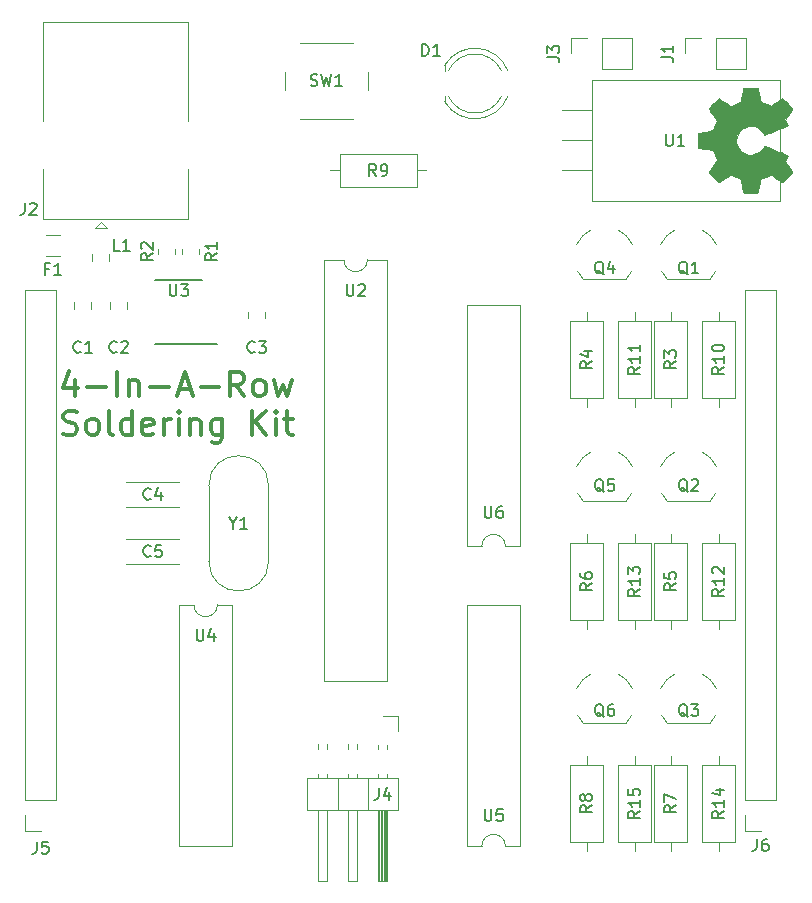
<source format=gbr>
G04 #@! TF.GenerationSoftware,KiCad,Pcbnew,(5.99.0-9618-g5ca7a2c457)*
G04 #@! TF.CreationDate,2021-03-10T23:01:37-05:00*
G04 #@! TF.ProjectId,PCB,5043422e-6b69-4636-9164-5f7063625858,rev?*
G04 #@! TF.SameCoordinates,Original*
G04 #@! TF.FileFunction,Legend,Top*
G04 #@! TF.FilePolarity,Positive*
%FSLAX46Y46*%
G04 Gerber Fmt 4.6, Leading zero omitted, Abs format (unit mm)*
G04 Created by KiCad (PCBNEW (5.99.0-9618-g5ca7a2c457)) date 2021-03-10 23:01:37*
%MOMM*%
%LPD*%
G01*
G04 APERTURE LIST*
%ADD10C,0.300000*%
%ADD11C,0.150000*%
%ADD12C,0.120000*%
%ADD13C,0.010000*%
G04 APERTURE END LIST*
D10*
X107036809Y-107910811D02*
X107036809Y-109265478D01*
X106553000Y-107136716D02*
X106069190Y-108588144D01*
X107327095Y-108588144D01*
X108101190Y-108491382D02*
X109649380Y-108491382D01*
X110617000Y-109265478D02*
X110617000Y-107233478D01*
X111584619Y-107910811D02*
X111584619Y-109265478D01*
X111584619Y-108104335D02*
X111681380Y-108007573D01*
X111874904Y-107910811D01*
X112165190Y-107910811D01*
X112358714Y-108007573D01*
X112455476Y-108201097D01*
X112455476Y-109265478D01*
X113423095Y-108491382D02*
X114971285Y-108491382D01*
X115842142Y-108684906D02*
X116809761Y-108684906D01*
X115648619Y-109265478D02*
X116325952Y-107233478D01*
X117003285Y-109265478D01*
X117680619Y-108491382D02*
X119228809Y-108491382D01*
X121357571Y-109265478D02*
X120680238Y-108297859D01*
X120196428Y-109265478D02*
X120196428Y-107233478D01*
X120970523Y-107233478D01*
X121164047Y-107330240D01*
X121260809Y-107427001D01*
X121357571Y-107620525D01*
X121357571Y-107910811D01*
X121260809Y-108104335D01*
X121164047Y-108201097D01*
X120970523Y-108297859D01*
X120196428Y-108297859D01*
X122518714Y-109265478D02*
X122325190Y-109168716D01*
X122228428Y-109071954D01*
X122131666Y-108878430D01*
X122131666Y-108297859D01*
X122228428Y-108104335D01*
X122325190Y-108007573D01*
X122518714Y-107910811D01*
X122809000Y-107910811D01*
X123002523Y-108007573D01*
X123099285Y-108104335D01*
X123196047Y-108297859D01*
X123196047Y-108878430D01*
X123099285Y-109071954D01*
X123002523Y-109168716D01*
X122809000Y-109265478D01*
X122518714Y-109265478D01*
X123873380Y-107910811D02*
X124260428Y-109265478D01*
X124647476Y-108297859D01*
X125034523Y-109265478D01*
X125421571Y-107910811D01*
X106069190Y-112440236D02*
X106359476Y-112536998D01*
X106843285Y-112536998D01*
X107036809Y-112440236D01*
X107133571Y-112343474D01*
X107230333Y-112149950D01*
X107230333Y-111956426D01*
X107133571Y-111762902D01*
X107036809Y-111666140D01*
X106843285Y-111569379D01*
X106456238Y-111472617D01*
X106262714Y-111375855D01*
X106165952Y-111279093D01*
X106069190Y-111085569D01*
X106069190Y-110892045D01*
X106165952Y-110698521D01*
X106262714Y-110601760D01*
X106456238Y-110504998D01*
X106940047Y-110504998D01*
X107230333Y-110601760D01*
X108391476Y-112536998D02*
X108197952Y-112440236D01*
X108101190Y-112343474D01*
X108004428Y-112149950D01*
X108004428Y-111569379D01*
X108101190Y-111375855D01*
X108197952Y-111279093D01*
X108391476Y-111182331D01*
X108681761Y-111182331D01*
X108875285Y-111279093D01*
X108972047Y-111375855D01*
X109068809Y-111569379D01*
X109068809Y-112149950D01*
X108972047Y-112343474D01*
X108875285Y-112440236D01*
X108681761Y-112536998D01*
X108391476Y-112536998D01*
X110229952Y-112536998D02*
X110036428Y-112440236D01*
X109939666Y-112246712D01*
X109939666Y-110504998D01*
X111874904Y-112536998D02*
X111874904Y-110504998D01*
X111874904Y-112440236D02*
X111681380Y-112536998D01*
X111294333Y-112536998D01*
X111100809Y-112440236D01*
X111004047Y-112343474D01*
X110907285Y-112149950D01*
X110907285Y-111569379D01*
X111004047Y-111375855D01*
X111100809Y-111279093D01*
X111294333Y-111182331D01*
X111681380Y-111182331D01*
X111874904Y-111279093D01*
X113616619Y-112440236D02*
X113423095Y-112536998D01*
X113036047Y-112536998D01*
X112842523Y-112440236D01*
X112745761Y-112246712D01*
X112745761Y-111472617D01*
X112842523Y-111279093D01*
X113036047Y-111182331D01*
X113423095Y-111182331D01*
X113616619Y-111279093D01*
X113713380Y-111472617D01*
X113713380Y-111666140D01*
X112745761Y-111859664D01*
X114584238Y-112536998D02*
X114584238Y-111182331D01*
X114584238Y-111569379D02*
X114681000Y-111375855D01*
X114777761Y-111279093D01*
X114971285Y-111182331D01*
X115164809Y-111182331D01*
X115842142Y-112536998D02*
X115842142Y-111182331D01*
X115842142Y-110504998D02*
X115745380Y-110601760D01*
X115842142Y-110698521D01*
X115938904Y-110601760D01*
X115842142Y-110504998D01*
X115842142Y-110698521D01*
X116809761Y-111182331D02*
X116809761Y-112536998D01*
X116809761Y-111375855D02*
X116906523Y-111279093D01*
X117100047Y-111182331D01*
X117390333Y-111182331D01*
X117583857Y-111279093D01*
X117680619Y-111472617D01*
X117680619Y-112536998D01*
X119519095Y-111182331D02*
X119519095Y-112827283D01*
X119422333Y-113020807D01*
X119325571Y-113117569D01*
X119132047Y-113214331D01*
X118841761Y-113214331D01*
X118648238Y-113117569D01*
X119519095Y-112440236D02*
X119325571Y-112536998D01*
X118938523Y-112536998D01*
X118745000Y-112440236D01*
X118648238Y-112343474D01*
X118551476Y-112149950D01*
X118551476Y-111569379D01*
X118648238Y-111375855D01*
X118745000Y-111279093D01*
X118938523Y-111182331D01*
X119325571Y-111182331D01*
X119519095Y-111279093D01*
X122034904Y-112536998D02*
X122034904Y-110504998D01*
X123196047Y-112536998D02*
X122325190Y-111375855D01*
X123196047Y-110504998D02*
X122034904Y-111666140D01*
X124066904Y-112536998D02*
X124066904Y-111182331D01*
X124066904Y-110504998D02*
X123970142Y-110601760D01*
X124066904Y-110698521D01*
X124163666Y-110601760D01*
X124066904Y-110504998D01*
X124066904Y-110698521D01*
X124744238Y-111182331D02*
X125518333Y-111182331D01*
X125034523Y-110504998D02*
X125034523Y-112246712D01*
X125131285Y-112440236D01*
X125324809Y-112536998D01*
X125518333Y-112536998D01*
D11*
X147050380Y-80597333D02*
X147764666Y-80597333D01*
X147907523Y-80644952D01*
X148002761Y-80740190D01*
X148050380Y-80883047D01*
X148050380Y-80978285D01*
X147050380Y-80216380D02*
X147050380Y-79597333D01*
X147431333Y-79930666D01*
X147431333Y-79787809D01*
X147478952Y-79692571D01*
X147526571Y-79644952D01*
X147621809Y-79597333D01*
X147859904Y-79597333D01*
X147955142Y-79644952D01*
X148002761Y-79692571D01*
X148050380Y-79787809D01*
X148050380Y-80073523D01*
X148002761Y-80168761D01*
X147955142Y-80216380D01*
X156702380Y-80597333D02*
X157416666Y-80597333D01*
X157559523Y-80644952D01*
X157654761Y-80740190D01*
X157702380Y-80883047D01*
X157702380Y-80978285D01*
X157702380Y-79597333D02*
X157702380Y-80168761D01*
X157702380Y-79883047D02*
X156702380Y-79883047D01*
X156845238Y-79978285D01*
X156940476Y-80073523D01*
X156988095Y-80168761D01*
X113610380Y-97194666D02*
X113134190Y-97528000D01*
X113610380Y-97766095D02*
X112610380Y-97766095D01*
X112610380Y-97385142D01*
X112658000Y-97289904D01*
X112705619Y-97242285D01*
X112800857Y-97194666D01*
X112943714Y-97194666D01*
X113038952Y-97242285D01*
X113086571Y-97289904D01*
X113134190Y-97385142D01*
X113134190Y-97766095D01*
X112705619Y-96813714D02*
X112658000Y-96766095D01*
X112610380Y-96670857D01*
X112610380Y-96432761D01*
X112658000Y-96337523D01*
X112705619Y-96289904D01*
X112800857Y-96242285D01*
X112896095Y-96242285D01*
X113038952Y-96289904D01*
X113610380Y-96861333D01*
X113610380Y-96242285D01*
X119070380Y-97194666D02*
X118594190Y-97528000D01*
X119070380Y-97766095D02*
X118070380Y-97766095D01*
X118070380Y-97385142D01*
X118118000Y-97289904D01*
X118165619Y-97242285D01*
X118260857Y-97194666D01*
X118403714Y-97194666D01*
X118498952Y-97242285D01*
X118546571Y-97289904D01*
X118594190Y-97385142D01*
X118594190Y-97766095D01*
X119070380Y-96242285D02*
X119070380Y-96813714D01*
X119070380Y-96528000D02*
X118070380Y-96528000D01*
X118213238Y-96623238D01*
X118308476Y-96718476D01*
X118356095Y-96813714D01*
X103806666Y-147002380D02*
X103806666Y-147716666D01*
X103759047Y-147859523D01*
X103663809Y-147954761D01*
X103520952Y-148002380D01*
X103425714Y-148002380D01*
X104759047Y-147002380D02*
X104282857Y-147002380D01*
X104235238Y-147478571D01*
X104282857Y-147430952D01*
X104378095Y-147383333D01*
X104616190Y-147383333D01*
X104711428Y-147430952D01*
X104759047Y-147478571D01*
X104806666Y-147573809D01*
X104806666Y-147811904D01*
X104759047Y-147907142D01*
X104711428Y-147954761D01*
X104616190Y-148002380D01*
X104378095Y-148002380D01*
X104282857Y-147954761D01*
X104235238Y-147907142D01*
X150820380Y-106338666D02*
X150344190Y-106672000D01*
X150820380Y-106910095D02*
X149820380Y-106910095D01*
X149820380Y-106529142D01*
X149868000Y-106433904D01*
X149915619Y-106386285D01*
X150010857Y-106338666D01*
X150153714Y-106338666D01*
X150248952Y-106386285D01*
X150296571Y-106433904D01*
X150344190Y-106529142D01*
X150344190Y-106910095D01*
X150153714Y-105481523D02*
X150820380Y-105481523D01*
X149772761Y-105719619D02*
X150487047Y-105957714D01*
X150487047Y-105338666D01*
X157932380Y-143930666D02*
X157456190Y-144264000D01*
X157932380Y-144502095D02*
X156932380Y-144502095D01*
X156932380Y-144121142D01*
X156980000Y-144025904D01*
X157027619Y-143978285D01*
X157122857Y-143930666D01*
X157265714Y-143930666D01*
X157360952Y-143978285D01*
X157408571Y-144025904D01*
X157456190Y-144121142D01*
X157456190Y-144502095D01*
X156932380Y-143597333D02*
X156932380Y-142930666D01*
X157932380Y-143359238D01*
X113458333Y-117959142D02*
X113410714Y-118006761D01*
X113267857Y-118054380D01*
X113172619Y-118054380D01*
X113029761Y-118006761D01*
X112934523Y-117911523D01*
X112886904Y-117816285D01*
X112839285Y-117625809D01*
X112839285Y-117482952D01*
X112886904Y-117292476D01*
X112934523Y-117197238D01*
X113029761Y-117102000D01*
X113172619Y-117054380D01*
X113267857Y-117054380D01*
X113410714Y-117102000D01*
X113458333Y-117149619D01*
X114315476Y-117387714D02*
X114315476Y-118054380D01*
X114077380Y-117006761D02*
X113839285Y-117721047D01*
X114458333Y-117721047D01*
X113458333Y-122785142D02*
X113410714Y-122832761D01*
X113267857Y-122880380D01*
X113172619Y-122880380D01*
X113029761Y-122832761D01*
X112934523Y-122737523D01*
X112886904Y-122642285D01*
X112839285Y-122451809D01*
X112839285Y-122308952D01*
X112886904Y-122118476D01*
X112934523Y-122023238D01*
X113029761Y-121928000D01*
X113172619Y-121880380D01*
X113267857Y-121880380D01*
X113410714Y-121928000D01*
X113458333Y-121975619D01*
X114363095Y-121880380D02*
X113886904Y-121880380D01*
X113839285Y-122356571D01*
X113886904Y-122308952D01*
X113982142Y-122261333D01*
X114220238Y-122261333D01*
X114315476Y-122308952D01*
X114363095Y-122356571D01*
X114410714Y-122451809D01*
X114410714Y-122689904D01*
X114363095Y-122785142D01*
X114315476Y-122832761D01*
X114220238Y-122880380D01*
X113982142Y-122880380D01*
X113886904Y-122832761D01*
X113839285Y-122785142D01*
X150820380Y-143930666D02*
X150344190Y-144264000D01*
X150820380Y-144502095D02*
X149820380Y-144502095D01*
X149820380Y-144121142D01*
X149868000Y-144025904D01*
X149915619Y-143978285D01*
X150010857Y-143930666D01*
X150153714Y-143930666D01*
X150248952Y-143978285D01*
X150296571Y-144025904D01*
X150344190Y-144121142D01*
X150344190Y-144502095D01*
X150248952Y-143359238D02*
X150201333Y-143454476D01*
X150153714Y-143502095D01*
X150058476Y-143549714D01*
X150010857Y-143549714D01*
X149915619Y-143502095D01*
X149868000Y-143454476D01*
X149820380Y-143359238D01*
X149820380Y-143168761D01*
X149868000Y-143073523D01*
X149915619Y-143025904D01*
X150010857Y-142978285D01*
X150058476Y-142978285D01*
X150153714Y-143025904D01*
X150201333Y-143073523D01*
X150248952Y-143168761D01*
X150248952Y-143359238D01*
X150296571Y-143454476D01*
X150344190Y-143502095D01*
X150439428Y-143549714D01*
X150629904Y-143549714D01*
X150725142Y-143502095D01*
X150772761Y-143454476D01*
X150820380Y-143359238D01*
X150820380Y-143168761D01*
X150772761Y-143073523D01*
X150725142Y-143025904D01*
X150629904Y-142978285D01*
X150439428Y-142978285D01*
X150344190Y-143025904D01*
X150296571Y-143073523D01*
X150248952Y-143168761D01*
X120427809Y-120018190D02*
X120427809Y-120494380D01*
X120094476Y-119494380D02*
X120427809Y-120018190D01*
X120761142Y-119494380D01*
X121618285Y-120494380D02*
X121046857Y-120494380D01*
X121332571Y-120494380D02*
X121332571Y-119494380D01*
X121237333Y-119637238D01*
X121142095Y-119732476D01*
X121046857Y-119780095D01*
X157932380Y-125134666D02*
X157456190Y-125468000D01*
X157932380Y-125706095D02*
X156932380Y-125706095D01*
X156932380Y-125325142D01*
X156980000Y-125229904D01*
X157027619Y-125182285D01*
X157122857Y-125134666D01*
X157265714Y-125134666D01*
X157360952Y-125182285D01*
X157408571Y-125229904D01*
X157456190Y-125325142D01*
X157456190Y-125706095D01*
X156932380Y-124229904D02*
X156932380Y-124706095D01*
X157408571Y-124753714D01*
X157360952Y-124706095D01*
X157313333Y-124610857D01*
X157313333Y-124372761D01*
X157360952Y-124277523D01*
X157408571Y-124229904D01*
X157503809Y-124182285D01*
X157741904Y-124182285D01*
X157837142Y-124229904D01*
X157884761Y-124277523D01*
X157932380Y-124372761D01*
X157932380Y-124610857D01*
X157884761Y-124706095D01*
X157837142Y-124753714D01*
X157932380Y-106338666D02*
X157456190Y-106672000D01*
X157932380Y-106910095D02*
X156932380Y-106910095D01*
X156932380Y-106529142D01*
X156980000Y-106433904D01*
X157027619Y-106386285D01*
X157122857Y-106338666D01*
X157265714Y-106338666D01*
X157360952Y-106386285D01*
X157408571Y-106433904D01*
X157456190Y-106529142D01*
X157456190Y-106910095D01*
X156932380Y-106005333D02*
X156932380Y-105386285D01*
X157313333Y-105719619D01*
X157313333Y-105576761D01*
X157360952Y-105481523D01*
X157408571Y-105433904D01*
X157503809Y-105386285D01*
X157741904Y-105386285D01*
X157837142Y-105433904D01*
X157884761Y-105481523D01*
X157932380Y-105576761D01*
X157932380Y-105862476D01*
X157884761Y-105957714D01*
X157837142Y-106005333D01*
X107529333Y-105513142D02*
X107481714Y-105560761D01*
X107338857Y-105608380D01*
X107243619Y-105608380D01*
X107100761Y-105560761D01*
X107005523Y-105465523D01*
X106957904Y-105370285D01*
X106910285Y-105179809D01*
X106910285Y-105036952D01*
X106957904Y-104846476D01*
X107005523Y-104751238D01*
X107100761Y-104656000D01*
X107243619Y-104608380D01*
X107338857Y-104608380D01*
X107481714Y-104656000D01*
X107529333Y-104703619D01*
X108481714Y-105608380D02*
X107910285Y-105608380D01*
X108196000Y-105608380D02*
X108196000Y-104608380D01*
X108100761Y-104751238D01*
X108005523Y-104846476D01*
X107910285Y-104894095D01*
X136421904Y-80462380D02*
X136421904Y-79462380D01*
X136660000Y-79462380D01*
X136802857Y-79510000D01*
X136898095Y-79605238D01*
X136945714Y-79700476D01*
X136993333Y-79890952D01*
X136993333Y-80033809D01*
X136945714Y-80224285D01*
X136898095Y-80319523D01*
X136802857Y-80414761D01*
X136660000Y-80462380D01*
X136421904Y-80462380D01*
X137945714Y-80462380D02*
X137374285Y-80462380D01*
X137660000Y-80462380D02*
X137660000Y-79462380D01*
X137564761Y-79605238D01*
X137469523Y-79700476D01*
X137374285Y-79748095D01*
X126988666Y-82954761D02*
X127131523Y-83002380D01*
X127369619Y-83002380D01*
X127464857Y-82954761D01*
X127512476Y-82907142D01*
X127560095Y-82811904D01*
X127560095Y-82716666D01*
X127512476Y-82621428D01*
X127464857Y-82573809D01*
X127369619Y-82526190D01*
X127179142Y-82478571D01*
X127083904Y-82430952D01*
X127036285Y-82383333D01*
X126988666Y-82288095D01*
X126988666Y-82192857D01*
X127036285Y-82097619D01*
X127083904Y-82050000D01*
X127179142Y-82002380D01*
X127417238Y-82002380D01*
X127560095Y-82050000D01*
X127893428Y-82002380D02*
X128131523Y-83002380D01*
X128322000Y-82288095D01*
X128512476Y-83002380D01*
X128750571Y-82002380D01*
X129655333Y-83002380D02*
X129083904Y-83002380D01*
X129369619Y-83002380D02*
X129369619Y-82002380D01*
X129274380Y-82145238D01*
X129179142Y-82240476D01*
X129083904Y-82288095D01*
X130048095Y-99782380D02*
X130048095Y-100591904D01*
X130095714Y-100687142D01*
X130143333Y-100734761D01*
X130238571Y-100782380D01*
X130429047Y-100782380D01*
X130524285Y-100734761D01*
X130571904Y-100687142D01*
X130619523Y-100591904D01*
X130619523Y-99782380D01*
X131048095Y-99877619D02*
X131095714Y-99830000D01*
X131190952Y-99782380D01*
X131429047Y-99782380D01*
X131524285Y-99830000D01*
X131571904Y-99877619D01*
X131619523Y-99972857D01*
X131619523Y-100068095D01*
X131571904Y-100210952D01*
X131000476Y-100782380D01*
X131619523Y-100782380D01*
X132548333Y-90622380D02*
X132215000Y-90146190D01*
X131976904Y-90622380D02*
X131976904Y-89622380D01*
X132357857Y-89622380D01*
X132453095Y-89670000D01*
X132500714Y-89717619D01*
X132548333Y-89812857D01*
X132548333Y-89955714D01*
X132500714Y-90050952D01*
X132453095Y-90098571D01*
X132357857Y-90146190D01*
X131976904Y-90146190D01*
X133024523Y-90622380D02*
X133215000Y-90622380D01*
X133310238Y-90574761D01*
X133357857Y-90527142D01*
X133453095Y-90384285D01*
X133500714Y-90193809D01*
X133500714Y-89812857D01*
X133453095Y-89717619D01*
X133405476Y-89670000D01*
X133310238Y-89622380D01*
X133119761Y-89622380D01*
X133024523Y-89670000D01*
X132976904Y-89717619D01*
X132929285Y-89812857D01*
X132929285Y-90050952D01*
X132976904Y-90146190D01*
X133024523Y-90193809D01*
X133119761Y-90241428D01*
X133310238Y-90241428D01*
X133405476Y-90193809D01*
X133453095Y-90146190D01*
X133500714Y-90050952D01*
X132762666Y-142454380D02*
X132762666Y-143168666D01*
X132715047Y-143311523D01*
X132619809Y-143406761D01*
X132476952Y-143454380D01*
X132381714Y-143454380D01*
X133667428Y-142787714D02*
X133667428Y-143454380D01*
X133429333Y-142406761D02*
X133191238Y-143121047D01*
X133810285Y-143121047D01*
X158918761Y-98972619D02*
X158823523Y-98925000D01*
X158728285Y-98829761D01*
X158585428Y-98686904D01*
X158490190Y-98639285D01*
X158394952Y-98639285D01*
X158442571Y-98877380D02*
X158347333Y-98829761D01*
X158252095Y-98734523D01*
X158204476Y-98544047D01*
X158204476Y-98210714D01*
X158252095Y-98020238D01*
X158347333Y-97925000D01*
X158442571Y-97877380D01*
X158633047Y-97877380D01*
X158728285Y-97925000D01*
X158823523Y-98020238D01*
X158871142Y-98210714D01*
X158871142Y-98544047D01*
X158823523Y-98734523D01*
X158728285Y-98829761D01*
X158633047Y-98877380D01*
X158442571Y-98877380D01*
X159823523Y-98877380D02*
X159252095Y-98877380D01*
X159537809Y-98877380D02*
X159537809Y-97877380D01*
X159442571Y-98020238D01*
X159347333Y-98115476D01*
X159252095Y-98163095D01*
X151806761Y-98972619D02*
X151711523Y-98925000D01*
X151616285Y-98829761D01*
X151473428Y-98686904D01*
X151378190Y-98639285D01*
X151282952Y-98639285D01*
X151330571Y-98877380D02*
X151235333Y-98829761D01*
X151140095Y-98734523D01*
X151092476Y-98544047D01*
X151092476Y-98210714D01*
X151140095Y-98020238D01*
X151235333Y-97925000D01*
X151330571Y-97877380D01*
X151521047Y-97877380D01*
X151616285Y-97925000D01*
X151711523Y-98020238D01*
X151759142Y-98210714D01*
X151759142Y-98544047D01*
X151711523Y-98734523D01*
X151616285Y-98829761D01*
X151521047Y-98877380D01*
X151330571Y-98877380D01*
X152616285Y-98210714D02*
X152616285Y-98877380D01*
X152378190Y-97829761D02*
X152140095Y-98544047D01*
X152759142Y-98544047D01*
X151806761Y-117387619D02*
X151711523Y-117340000D01*
X151616285Y-117244761D01*
X151473428Y-117101904D01*
X151378190Y-117054285D01*
X151282952Y-117054285D01*
X151330571Y-117292380D02*
X151235333Y-117244761D01*
X151140095Y-117149523D01*
X151092476Y-116959047D01*
X151092476Y-116625714D01*
X151140095Y-116435238D01*
X151235333Y-116340000D01*
X151330571Y-116292380D01*
X151521047Y-116292380D01*
X151616285Y-116340000D01*
X151711523Y-116435238D01*
X151759142Y-116625714D01*
X151759142Y-116959047D01*
X151711523Y-117149523D01*
X151616285Y-117244761D01*
X151521047Y-117292380D01*
X151330571Y-117292380D01*
X152663904Y-116292380D02*
X152187714Y-116292380D01*
X152140095Y-116768571D01*
X152187714Y-116720952D01*
X152282952Y-116673333D01*
X152521047Y-116673333D01*
X152616285Y-116720952D01*
X152663904Y-116768571D01*
X152711523Y-116863809D01*
X152711523Y-117101904D01*
X152663904Y-117197142D01*
X152616285Y-117244761D01*
X152521047Y-117292380D01*
X152282952Y-117292380D01*
X152187714Y-117244761D01*
X152140095Y-117197142D01*
X158918761Y-136437619D02*
X158823523Y-136390000D01*
X158728285Y-136294761D01*
X158585428Y-136151904D01*
X158490190Y-136104285D01*
X158394952Y-136104285D01*
X158442571Y-136342380D02*
X158347333Y-136294761D01*
X158252095Y-136199523D01*
X158204476Y-136009047D01*
X158204476Y-135675714D01*
X158252095Y-135485238D01*
X158347333Y-135390000D01*
X158442571Y-135342380D01*
X158633047Y-135342380D01*
X158728285Y-135390000D01*
X158823523Y-135485238D01*
X158871142Y-135675714D01*
X158871142Y-136009047D01*
X158823523Y-136199523D01*
X158728285Y-136294761D01*
X158633047Y-136342380D01*
X158442571Y-136342380D01*
X159204476Y-135342380D02*
X159823523Y-135342380D01*
X159490190Y-135723333D01*
X159633047Y-135723333D01*
X159728285Y-135770952D01*
X159775904Y-135818571D01*
X159823523Y-135913809D01*
X159823523Y-136151904D01*
X159775904Y-136247142D01*
X159728285Y-136294761D01*
X159633047Y-136342380D01*
X159347333Y-136342380D01*
X159252095Y-136294761D01*
X159204476Y-136247142D01*
X151806761Y-136437619D02*
X151711523Y-136390000D01*
X151616285Y-136294761D01*
X151473428Y-136151904D01*
X151378190Y-136104285D01*
X151282952Y-136104285D01*
X151330571Y-136342380D02*
X151235333Y-136294761D01*
X151140095Y-136199523D01*
X151092476Y-136009047D01*
X151092476Y-135675714D01*
X151140095Y-135485238D01*
X151235333Y-135390000D01*
X151330571Y-135342380D01*
X151521047Y-135342380D01*
X151616285Y-135390000D01*
X151711523Y-135485238D01*
X151759142Y-135675714D01*
X151759142Y-136009047D01*
X151711523Y-136199523D01*
X151616285Y-136294761D01*
X151521047Y-136342380D01*
X151330571Y-136342380D01*
X152616285Y-135342380D02*
X152425809Y-135342380D01*
X152330571Y-135390000D01*
X152282952Y-135437619D01*
X152187714Y-135580476D01*
X152140095Y-135770952D01*
X152140095Y-136151904D01*
X152187714Y-136247142D01*
X152235333Y-136294761D01*
X152330571Y-136342380D01*
X152521047Y-136342380D01*
X152616285Y-136294761D01*
X152663904Y-136247142D01*
X152711523Y-136151904D01*
X152711523Y-135913809D01*
X152663904Y-135818571D01*
X152616285Y-135770952D01*
X152521047Y-135723333D01*
X152330571Y-135723333D01*
X152235333Y-135770952D01*
X152187714Y-135818571D01*
X152140095Y-135913809D01*
X161996380Y-106814857D02*
X161520190Y-107148190D01*
X161996380Y-107386285D02*
X160996380Y-107386285D01*
X160996380Y-107005333D01*
X161044000Y-106910095D01*
X161091619Y-106862476D01*
X161186857Y-106814857D01*
X161329714Y-106814857D01*
X161424952Y-106862476D01*
X161472571Y-106910095D01*
X161520190Y-107005333D01*
X161520190Y-107386285D01*
X161996380Y-105862476D02*
X161996380Y-106433904D01*
X161996380Y-106148190D02*
X160996380Y-106148190D01*
X161139238Y-106243428D01*
X161234476Y-106338666D01*
X161282095Y-106433904D01*
X160996380Y-105243428D02*
X160996380Y-105148190D01*
X161044000Y-105052952D01*
X161091619Y-105005333D01*
X161186857Y-104957714D01*
X161377333Y-104910095D01*
X161615428Y-104910095D01*
X161805904Y-104957714D01*
X161901142Y-105005333D01*
X161948761Y-105052952D01*
X161996380Y-105148190D01*
X161996380Y-105243428D01*
X161948761Y-105338666D01*
X161901142Y-105386285D01*
X161805904Y-105433904D01*
X161615428Y-105481523D01*
X161377333Y-105481523D01*
X161186857Y-105433904D01*
X161091619Y-105386285D01*
X161044000Y-105338666D01*
X160996380Y-105243428D01*
X154884380Y-106814857D02*
X154408190Y-107148190D01*
X154884380Y-107386285D02*
X153884380Y-107386285D01*
X153884380Y-107005333D01*
X153932000Y-106910095D01*
X153979619Y-106862476D01*
X154074857Y-106814857D01*
X154217714Y-106814857D01*
X154312952Y-106862476D01*
X154360571Y-106910095D01*
X154408190Y-107005333D01*
X154408190Y-107386285D01*
X154884380Y-105862476D02*
X154884380Y-106433904D01*
X154884380Y-106148190D02*
X153884380Y-106148190D01*
X154027238Y-106243428D01*
X154122476Y-106338666D01*
X154170095Y-106433904D01*
X154884380Y-104910095D02*
X154884380Y-105481523D01*
X154884380Y-105195809D02*
X153884380Y-105195809D01*
X154027238Y-105291047D01*
X154122476Y-105386285D01*
X154170095Y-105481523D01*
X161996380Y-125610857D02*
X161520190Y-125944190D01*
X161996380Y-126182285D02*
X160996380Y-126182285D01*
X160996380Y-125801333D01*
X161044000Y-125706095D01*
X161091619Y-125658476D01*
X161186857Y-125610857D01*
X161329714Y-125610857D01*
X161424952Y-125658476D01*
X161472571Y-125706095D01*
X161520190Y-125801333D01*
X161520190Y-126182285D01*
X161996380Y-124658476D02*
X161996380Y-125229904D01*
X161996380Y-124944190D02*
X160996380Y-124944190D01*
X161139238Y-125039428D01*
X161234476Y-125134666D01*
X161282095Y-125229904D01*
X161091619Y-124277523D02*
X161044000Y-124229904D01*
X160996380Y-124134666D01*
X160996380Y-123896571D01*
X161044000Y-123801333D01*
X161091619Y-123753714D01*
X161186857Y-123706095D01*
X161282095Y-123706095D01*
X161424952Y-123753714D01*
X161996380Y-124325142D01*
X161996380Y-123706095D01*
X154884380Y-125610857D02*
X154408190Y-125944190D01*
X154884380Y-126182285D02*
X153884380Y-126182285D01*
X153884380Y-125801333D01*
X153932000Y-125706095D01*
X153979619Y-125658476D01*
X154074857Y-125610857D01*
X154217714Y-125610857D01*
X154312952Y-125658476D01*
X154360571Y-125706095D01*
X154408190Y-125801333D01*
X154408190Y-126182285D01*
X154884380Y-124658476D02*
X154884380Y-125229904D01*
X154884380Y-124944190D02*
X153884380Y-124944190D01*
X154027238Y-125039428D01*
X154122476Y-125134666D01*
X154170095Y-125229904D01*
X153884380Y-124325142D02*
X153884380Y-123706095D01*
X154265333Y-124039428D01*
X154265333Y-123896571D01*
X154312952Y-123801333D01*
X154360571Y-123753714D01*
X154455809Y-123706095D01*
X154693904Y-123706095D01*
X154789142Y-123753714D01*
X154836761Y-123801333D01*
X154884380Y-123896571D01*
X154884380Y-124182285D01*
X154836761Y-124277523D01*
X154789142Y-124325142D01*
X154884380Y-144406857D02*
X154408190Y-144740190D01*
X154884380Y-144978285D02*
X153884380Y-144978285D01*
X153884380Y-144597333D01*
X153932000Y-144502095D01*
X153979619Y-144454476D01*
X154074857Y-144406857D01*
X154217714Y-144406857D01*
X154312952Y-144454476D01*
X154360571Y-144502095D01*
X154408190Y-144597333D01*
X154408190Y-144978285D01*
X154884380Y-143454476D02*
X154884380Y-144025904D01*
X154884380Y-143740190D02*
X153884380Y-143740190D01*
X154027238Y-143835428D01*
X154122476Y-143930666D01*
X154170095Y-144025904D01*
X153884380Y-142549714D02*
X153884380Y-143025904D01*
X154360571Y-143073523D01*
X154312952Y-143025904D01*
X154265333Y-142930666D01*
X154265333Y-142692571D01*
X154312952Y-142597333D01*
X154360571Y-142549714D01*
X154455809Y-142502095D01*
X154693904Y-142502095D01*
X154789142Y-142549714D01*
X154836761Y-142597333D01*
X154884380Y-142692571D01*
X154884380Y-142930666D01*
X154836761Y-143025904D01*
X154789142Y-143073523D01*
X164766666Y-146772380D02*
X164766666Y-147486666D01*
X164719047Y-147629523D01*
X164623809Y-147724761D01*
X164480952Y-147772380D01*
X164385714Y-147772380D01*
X165671428Y-146772380D02*
X165480952Y-146772380D01*
X165385714Y-146820000D01*
X165338095Y-146867619D01*
X165242857Y-147010476D01*
X165195238Y-147200952D01*
X165195238Y-147581904D01*
X165242857Y-147677142D01*
X165290476Y-147724761D01*
X165385714Y-147772380D01*
X165576190Y-147772380D01*
X165671428Y-147724761D01*
X165719047Y-147677142D01*
X165766666Y-147581904D01*
X165766666Y-147343809D01*
X165719047Y-147248571D01*
X165671428Y-147200952D01*
X165576190Y-147153333D01*
X165385714Y-147153333D01*
X165290476Y-147200952D01*
X165242857Y-147248571D01*
X165195238Y-147343809D01*
X141732095Y-144232380D02*
X141732095Y-145041904D01*
X141779714Y-145137142D01*
X141827333Y-145184761D01*
X141922571Y-145232380D01*
X142113047Y-145232380D01*
X142208285Y-145184761D01*
X142255904Y-145137142D01*
X142303523Y-145041904D01*
X142303523Y-144232380D01*
X143255904Y-144232380D02*
X142779714Y-144232380D01*
X142732095Y-144708571D01*
X142779714Y-144660952D01*
X142874952Y-144613333D01*
X143113047Y-144613333D01*
X143208285Y-144660952D01*
X143255904Y-144708571D01*
X143303523Y-144803809D01*
X143303523Y-145041904D01*
X143255904Y-145137142D01*
X143208285Y-145184761D01*
X143113047Y-145232380D01*
X142874952Y-145232380D01*
X142779714Y-145184761D01*
X142732095Y-145137142D01*
X158918761Y-117387619D02*
X158823523Y-117340000D01*
X158728285Y-117244761D01*
X158585428Y-117101904D01*
X158490190Y-117054285D01*
X158394952Y-117054285D01*
X158442571Y-117292380D02*
X158347333Y-117244761D01*
X158252095Y-117149523D01*
X158204476Y-116959047D01*
X158204476Y-116625714D01*
X158252095Y-116435238D01*
X158347333Y-116340000D01*
X158442571Y-116292380D01*
X158633047Y-116292380D01*
X158728285Y-116340000D01*
X158823523Y-116435238D01*
X158871142Y-116625714D01*
X158871142Y-116959047D01*
X158823523Y-117149523D01*
X158728285Y-117244761D01*
X158633047Y-117292380D01*
X158442571Y-117292380D01*
X159252095Y-116387619D02*
X159299714Y-116340000D01*
X159394952Y-116292380D01*
X159633047Y-116292380D01*
X159728285Y-116340000D01*
X159775904Y-116387619D01*
X159823523Y-116482857D01*
X159823523Y-116578095D01*
X159775904Y-116720952D01*
X159204476Y-117292380D01*
X159823523Y-117292380D01*
X150820380Y-125134666D02*
X150344190Y-125468000D01*
X150820380Y-125706095D02*
X149820380Y-125706095D01*
X149820380Y-125325142D01*
X149868000Y-125229904D01*
X149915619Y-125182285D01*
X150010857Y-125134666D01*
X150153714Y-125134666D01*
X150248952Y-125182285D01*
X150296571Y-125229904D01*
X150344190Y-125325142D01*
X150344190Y-125706095D01*
X149820380Y-124277523D02*
X149820380Y-124468000D01*
X149868000Y-124563238D01*
X149915619Y-124610857D01*
X150058476Y-124706095D01*
X150248952Y-124753714D01*
X150629904Y-124753714D01*
X150725142Y-124706095D01*
X150772761Y-124658476D01*
X150820380Y-124563238D01*
X150820380Y-124372761D01*
X150772761Y-124277523D01*
X150725142Y-124229904D01*
X150629904Y-124182285D01*
X150391809Y-124182285D01*
X150296571Y-124229904D01*
X150248952Y-124277523D01*
X150201333Y-124372761D01*
X150201333Y-124563238D01*
X150248952Y-124658476D01*
X150296571Y-124706095D01*
X150391809Y-124753714D01*
X161996380Y-144406857D02*
X161520190Y-144740190D01*
X161996380Y-144978285D02*
X160996380Y-144978285D01*
X160996380Y-144597333D01*
X161044000Y-144502095D01*
X161091619Y-144454476D01*
X161186857Y-144406857D01*
X161329714Y-144406857D01*
X161424952Y-144454476D01*
X161472571Y-144502095D01*
X161520190Y-144597333D01*
X161520190Y-144978285D01*
X161996380Y-143454476D02*
X161996380Y-144025904D01*
X161996380Y-143740190D02*
X160996380Y-143740190D01*
X161139238Y-143835428D01*
X161234476Y-143930666D01*
X161282095Y-144025904D01*
X161329714Y-142597333D02*
X161996380Y-142597333D01*
X160948761Y-142835428D02*
X161663047Y-143073523D01*
X161663047Y-142454476D01*
X117348095Y-128992380D02*
X117348095Y-129801904D01*
X117395714Y-129897142D01*
X117443333Y-129944761D01*
X117538571Y-129992380D01*
X117729047Y-129992380D01*
X117824285Y-129944761D01*
X117871904Y-129897142D01*
X117919523Y-129801904D01*
X117919523Y-128992380D01*
X118824285Y-129325714D02*
X118824285Y-129992380D01*
X118586190Y-128944761D02*
X118348095Y-129659047D01*
X118967142Y-129659047D01*
X141732095Y-118578380D02*
X141732095Y-119387904D01*
X141779714Y-119483142D01*
X141827333Y-119530761D01*
X141922571Y-119578380D01*
X142113047Y-119578380D01*
X142208285Y-119530761D01*
X142255904Y-119483142D01*
X142303523Y-119387904D01*
X142303523Y-118578380D01*
X143208285Y-118578380D02*
X143017809Y-118578380D01*
X142922571Y-118626000D01*
X142874952Y-118673619D01*
X142779714Y-118816476D01*
X142732095Y-119006952D01*
X142732095Y-119387904D01*
X142779714Y-119483142D01*
X142827333Y-119530761D01*
X142922571Y-119578380D01*
X143113047Y-119578380D01*
X143208285Y-119530761D01*
X143255904Y-119483142D01*
X143303523Y-119387904D01*
X143303523Y-119149809D01*
X143255904Y-119054571D01*
X143208285Y-119006952D01*
X143113047Y-118959333D01*
X142922571Y-118959333D01*
X142827333Y-119006952D01*
X142779714Y-119054571D01*
X142732095Y-119149809D01*
X122261333Y-105513142D02*
X122213714Y-105560761D01*
X122070857Y-105608380D01*
X121975619Y-105608380D01*
X121832761Y-105560761D01*
X121737523Y-105465523D01*
X121689904Y-105370285D01*
X121642285Y-105179809D01*
X121642285Y-105036952D01*
X121689904Y-104846476D01*
X121737523Y-104751238D01*
X121832761Y-104656000D01*
X121975619Y-104608380D01*
X122070857Y-104608380D01*
X122213714Y-104656000D01*
X122261333Y-104703619D01*
X122594666Y-104608380D02*
X123213714Y-104608380D01*
X122880380Y-104989333D01*
X123023238Y-104989333D01*
X123118476Y-105036952D01*
X123166095Y-105084571D01*
X123213714Y-105179809D01*
X123213714Y-105417904D01*
X123166095Y-105513142D01*
X123118476Y-105560761D01*
X123023238Y-105608380D01*
X122737523Y-105608380D01*
X122642285Y-105560761D01*
X122594666Y-105513142D01*
X104822666Y-98480571D02*
X104489333Y-98480571D01*
X104489333Y-99004380D02*
X104489333Y-98004380D01*
X104965523Y-98004380D01*
X105870285Y-99004380D02*
X105298857Y-99004380D01*
X105584571Y-99004380D02*
X105584571Y-98004380D01*
X105489333Y-98147238D01*
X105394095Y-98242476D01*
X105298857Y-98290095D01*
X110831333Y-96972380D02*
X110355142Y-96972380D01*
X110355142Y-95972380D01*
X111688476Y-96972380D02*
X111117047Y-96972380D01*
X111402761Y-96972380D02*
X111402761Y-95972380D01*
X111307523Y-96115238D01*
X111212285Y-96210476D01*
X111117047Y-96258095D01*
X115062095Y-99782380D02*
X115062095Y-100591904D01*
X115109714Y-100687142D01*
X115157333Y-100734761D01*
X115252571Y-100782380D01*
X115443047Y-100782380D01*
X115538285Y-100734761D01*
X115585904Y-100687142D01*
X115633523Y-100591904D01*
X115633523Y-99782380D01*
X116014476Y-99782380D02*
X116633523Y-99782380D01*
X116300190Y-100163333D01*
X116443047Y-100163333D01*
X116538285Y-100210952D01*
X116585904Y-100258571D01*
X116633523Y-100353809D01*
X116633523Y-100591904D01*
X116585904Y-100687142D01*
X116538285Y-100734761D01*
X116443047Y-100782380D01*
X116157333Y-100782380D01*
X116062095Y-100734761D01*
X116014476Y-100687142D01*
X110577333Y-105513142D02*
X110529714Y-105560761D01*
X110386857Y-105608380D01*
X110291619Y-105608380D01*
X110148761Y-105560761D01*
X110053523Y-105465523D01*
X110005904Y-105370285D01*
X109958285Y-105179809D01*
X109958285Y-105036952D01*
X110005904Y-104846476D01*
X110053523Y-104751238D01*
X110148761Y-104656000D01*
X110291619Y-104608380D01*
X110386857Y-104608380D01*
X110529714Y-104656000D01*
X110577333Y-104703619D01*
X110958285Y-104703619D02*
X111005904Y-104656000D01*
X111101142Y-104608380D01*
X111339238Y-104608380D01*
X111434476Y-104656000D01*
X111482095Y-104703619D01*
X111529714Y-104798857D01*
X111529714Y-104894095D01*
X111482095Y-105036952D01*
X110910666Y-105608380D01*
X111529714Y-105608380D01*
X102790666Y-92924380D02*
X102790666Y-93638666D01*
X102743047Y-93781523D01*
X102647809Y-93876761D01*
X102504952Y-93924380D01*
X102409714Y-93924380D01*
X103219238Y-93019619D02*
X103266857Y-92972000D01*
X103362095Y-92924380D01*
X103600190Y-92924380D01*
X103695428Y-92972000D01*
X103743047Y-93019619D01*
X103790666Y-93114857D01*
X103790666Y-93210095D01*
X103743047Y-93352952D01*
X103171619Y-93924380D01*
X103790666Y-93924380D01*
X157076095Y-87082380D02*
X157076095Y-87891904D01*
X157123714Y-87987142D01*
X157171333Y-88034761D01*
X157266571Y-88082380D01*
X157457047Y-88082380D01*
X157552285Y-88034761D01*
X157599904Y-87987142D01*
X157647523Y-87891904D01*
X157647523Y-87082380D01*
X158647523Y-88082380D02*
X158076095Y-88082380D01*
X158361809Y-88082380D02*
X158361809Y-87082380D01*
X158266571Y-87225238D01*
X158171333Y-87320476D01*
X158076095Y-87368095D01*
D12*
X149038000Y-80264000D02*
X149038000Y-78934000D01*
X149038000Y-78934000D02*
X150368000Y-78934000D01*
X151638000Y-78934000D02*
X154238000Y-78934000D01*
X154238000Y-81594000D02*
X154238000Y-78934000D01*
X151638000Y-81594000D02*
X154238000Y-81594000D01*
X151638000Y-81594000D02*
X151638000Y-78934000D01*
X158690000Y-80264000D02*
X158690000Y-78934000D01*
X158690000Y-78934000D02*
X160020000Y-78934000D01*
X161290000Y-78934000D02*
X163890000Y-78934000D01*
X163890000Y-81594000D02*
X163890000Y-78934000D01*
X161290000Y-81594000D02*
X163890000Y-81594000D01*
X161290000Y-81594000D02*
X161290000Y-78934000D01*
X115543000Y-97255064D02*
X115543000Y-96800936D01*
X114073000Y-97255064D02*
X114073000Y-96800936D01*
X117575000Y-97255064D02*
X117575000Y-96800936D01*
X116105000Y-97255064D02*
X116105000Y-96800936D01*
X102810000Y-146110000D02*
X102810000Y-144780000D01*
X105470000Y-143510000D02*
X102810000Y-143510000D01*
X105470000Y-143510000D02*
X105470000Y-100270000D01*
X102810000Y-143510000D02*
X102810000Y-100270000D01*
X105470000Y-100270000D02*
X102810000Y-100270000D01*
X104140000Y-146110000D02*
X102810000Y-146110000D01*
X150368000Y-102132000D02*
X150368000Y-102902000D01*
X148998000Y-102902000D02*
X148998000Y-109442000D01*
X151738000Y-109442000D02*
X151738000Y-102902000D01*
X148998000Y-109442000D02*
X151738000Y-109442000D01*
X150368000Y-110212000D02*
X150368000Y-109442000D01*
X151738000Y-102902000D02*
X148998000Y-102902000D01*
X158850000Y-140494000D02*
X156110000Y-140494000D01*
X156110000Y-147034000D02*
X158850000Y-147034000D01*
X157480000Y-139724000D02*
X157480000Y-140494000D01*
X158850000Y-147034000D02*
X158850000Y-140494000D01*
X157480000Y-147804000D02*
X157480000Y-147034000D01*
X156110000Y-140494000D02*
X156110000Y-147034000D01*
X115895000Y-118657000D02*
X115895000Y-118672000D01*
X111355000Y-116532000D02*
X115895000Y-116532000D01*
X111355000Y-116532000D02*
X111355000Y-116547000D01*
X115895000Y-116532000D02*
X115895000Y-116547000D01*
X111355000Y-118657000D02*
X111355000Y-118672000D01*
X111355000Y-118672000D02*
X115895000Y-118672000D01*
X111355000Y-121358000D02*
X115895000Y-121358000D01*
X111355000Y-123498000D02*
X115895000Y-123498000D01*
X115895000Y-123483000D02*
X115895000Y-123498000D01*
X115895000Y-121358000D02*
X115895000Y-121373000D01*
X111355000Y-121358000D02*
X111355000Y-121373000D01*
X111355000Y-123483000D02*
X111355000Y-123498000D01*
X150368000Y-147804000D02*
X150368000Y-147034000D01*
X151738000Y-147034000D02*
X151738000Y-140494000D01*
X150368000Y-139724000D02*
X150368000Y-140494000D01*
X148998000Y-140494000D02*
X148998000Y-147034000D01*
X151738000Y-140494000D02*
X148998000Y-140494000D01*
X148998000Y-147034000D02*
X151738000Y-147034000D01*
X118379000Y-116842000D02*
X118379000Y-123242000D01*
X123429000Y-116842000D02*
X123429000Y-123242000D01*
X118379000Y-123242000D02*
G75*
G03*
X123429000Y-123242000I2525000J0D01*
G01*
X118379000Y-116842000D02*
G75*
G02*
X123429000Y-116842000I2525000J0D01*
G01*
X158850000Y-121698000D02*
X156110000Y-121698000D01*
X156110000Y-128238000D02*
X158850000Y-128238000D01*
X158850000Y-128238000D02*
X158850000Y-121698000D01*
X157480000Y-120928000D02*
X157480000Y-121698000D01*
X156110000Y-121698000D02*
X156110000Y-128238000D01*
X157480000Y-129008000D02*
X157480000Y-128238000D01*
X157480000Y-110212000D02*
X157480000Y-109442000D01*
X158850000Y-109442000D02*
X158850000Y-102902000D01*
X156110000Y-102902000D02*
X156110000Y-109442000D01*
X157480000Y-102132000D02*
X157480000Y-102902000D01*
X156110000Y-109442000D02*
X158850000Y-109442000D01*
X158850000Y-102902000D02*
X156110000Y-102902000D01*
X108431000Y-101338748D02*
X108431000Y-101861252D01*
X106961000Y-101338748D02*
X106961000Y-101861252D01*
X138346500Y-81259000D02*
X138346500Y-81724000D01*
X138346500Y-83884000D02*
X138346500Y-84349000D01*
X143160979Y-81723571D02*
G75*
G03*
X138651816Y-81724000I-2254479J-1080429D01*
G01*
X143160979Y-83884429D02*
G75*
G02*
X138651816Y-83884000I-2254479J1080429D01*
G01*
X143694315Y-83884827D02*
G75*
G02*
X138346500Y-84348830I-2787815J1080827D01*
G01*
X143694315Y-81723173D02*
G75*
G03*
X138346500Y-81259170I-2787815J-1080827D01*
G01*
X126072000Y-85836000D02*
X130572000Y-85836000D01*
X131822000Y-83336000D02*
X131822000Y-81836000D01*
X124822000Y-81836000D02*
X124822000Y-83336000D01*
X130572000Y-79336000D02*
X126072000Y-79336000D01*
X129810000Y-97730000D02*
X128160000Y-97730000D01*
X128160000Y-97730000D02*
X128160000Y-133410000D01*
X133460000Y-97730000D02*
X131810000Y-97730000D01*
X133460000Y-133410000D02*
X133460000Y-97730000D01*
X128160000Y-133410000D02*
X133460000Y-133410000D01*
X131810000Y-97730000D02*
G75*
G02*
X129810000Y-97730000I-1000000J0D01*
G01*
X129445000Y-91540000D02*
X135985000Y-91540000D01*
X136755000Y-90170000D02*
X135985000Y-90170000D01*
X135985000Y-88800000D02*
X129445000Y-88800000D01*
X129445000Y-88800000D02*
X129445000Y-91540000D01*
X135985000Y-91540000D02*
X135985000Y-88800000D01*
X128675000Y-90170000D02*
X129445000Y-90170000D01*
X127636000Y-150308000D02*
X127636000Y-144308000D01*
X133056000Y-144308000D02*
X133056000Y-150308000D01*
X133096000Y-136398000D02*
X134366000Y-136398000D01*
X126686000Y-141648000D02*
X126686000Y-144308000D01*
X130936000Y-138710929D02*
X130936000Y-139165071D01*
X127636000Y-138710929D02*
X127636000Y-139165071D01*
X132936000Y-144308000D02*
X132936000Y-150308000D01*
X126686000Y-144308000D02*
X134426000Y-144308000D01*
X134426000Y-141648000D02*
X126686000Y-141648000D01*
X129286000Y-141648000D02*
X129286000Y-144308000D01*
X133476000Y-141250929D02*
X133476000Y-141648000D01*
X130936000Y-144308000D02*
X130936000Y-150308000D01*
X128396000Y-138710929D02*
X128396000Y-139165071D01*
X128396000Y-144308000D02*
X128396000Y-150308000D01*
X134426000Y-144308000D02*
X134426000Y-141648000D01*
X133476000Y-144308000D02*
X133476000Y-150308000D01*
X127636000Y-141250929D02*
X127636000Y-141648000D01*
X132716000Y-150308000D02*
X132716000Y-144308000D01*
X133296000Y-144308000D02*
X133296000Y-150308000D01*
X128396000Y-141250929D02*
X128396000Y-141648000D01*
X130176000Y-138710929D02*
X130176000Y-139165071D01*
X134366000Y-136398000D02*
X134366000Y-137668000D01*
X132716000Y-138778000D02*
X132716000Y-139165071D01*
X130936000Y-150308000D02*
X130176000Y-150308000D01*
X133416000Y-144308000D02*
X133416000Y-150308000D01*
X133476000Y-150308000D02*
X132716000Y-150308000D01*
X130176000Y-150308000D02*
X130176000Y-144308000D01*
X132816000Y-144308000D02*
X132816000Y-150308000D01*
X132716000Y-141250929D02*
X132716000Y-141648000D01*
X128396000Y-150308000D02*
X127636000Y-150308000D01*
X130176000Y-141250929D02*
X130176000Y-141648000D01*
X130936000Y-141250929D02*
X130936000Y-141648000D01*
X133476000Y-138778000D02*
X133476000Y-139165071D01*
X131826000Y-141648000D02*
X131826000Y-144308000D01*
X133176000Y-144308000D02*
X133176000Y-150308000D01*
X157204000Y-99386000D02*
X160804000Y-99386000D01*
X156636801Y-96432158D02*
G75*
G02*
X157864000Y-95186000I2367199J-1103842D01*
G01*
X156679816Y-98658795D02*
G75*
G03*
X157204000Y-99386000I2324184J1122795D01*
G01*
X161328184Y-98658795D02*
G75*
G02*
X160804000Y-99386000I-2324184J1122795D01*
G01*
X161359457Y-96437629D02*
G75*
G03*
X160114000Y-95186000I-2355457J-1098371D01*
G01*
X150092000Y-99386000D02*
X153692000Y-99386000D01*
X154216184Y-98658795D02*
G75*
G02*
X153692000Y-99386000I-2324184J1122795D01*
G01*
X154247457Y-96437629D02*
G75*
G03*
X153002000Y-95186000I-2355457J-1098371D01*
G01*
X149567816Y-98658795D02*
G75*
G03*
X150092000Y-99386000I2324184J1122795D01*
G01*
X149524801Y-96432158D02*
G75*
G02*
X150752000Y-95186000I2367199J-1103842D01*
G01*
X150092000Y-118182000D02*
X153692000Y-118182000D01*
X154216184Y-117454795D02*
G75*
G02*
X153692000Y-118182000I-2324184J1122795D01*
G01*
X149567816Y-117454795D02*
G75*
G03*
X150092000Y-118182000I2324184J1122795D01*
G01*
X154247457Y-115233629D02*
G75*
G03*
X153002000Y-113982000I-2355457J-1098371D01*
G01*
X149524801Y-115228158D02*
G75*
G02*
X150752000Y-113982000I2367199J-1103842D01*
G01*
X157204000Y-136978000D02*
X160804000Y-136978000D01*
X156636801Y-134024158D02*
G75*
G02*
X157864000Y-132778000I2367199J-1103842D01*
G01*
X156679816Y-136250795D02*
G75*
G03*
X157204000Y-136978000I2324184J1122795D01*
G01*
X161359457Y-134029629D02*
G75*
G03*
X160114000Y-132778000I-2355457J-1098371D01*
G01*
X161328184Y-136250795D02*
G75*
G02*
X160804000Y-136978000I-2324184J1122795D01*
G01*
X150092000Y-136978000D02*
X153692000Y-136978000D01*
X154216184Y-136250795D02*
G75*
G02*
X153692000Y-136978000I-2324184J1122795D01*
G01*
X149567816Y-136250795D02*
G75*
G03*
X150092000Y-136978000I2324184J1122795D01*
G01*
X149524801Y-134024158D02*
G75*
G02*
X150752000Y-132778000I2367199J-1103842D01*
G01*
X154247457Y-134029629D02*
G75*
G03*
X153002000Y-132778000I-2355457J-1098371D01*
G01*
X161544000Y-102132000D02*
X161544000Y-102902000D01*
X162914000Y-102902000D02*
X160174000Y-102902000D01*
X160174000Y-109442000D02*
X162914000Y-109442000D01*
X162914000Y-109442000D02*
X162914000Y-102902000D01*
X160174000Y-102902000D02*
X160174000Y-109442000D01*
X161544000Y-110212000D02*
X161544000Y-109442000D01*
X154432000Y-110212000D02*
X154432000Y-109442000D01*
X155802000Y-109442000D02*
X155802000Y-102902000D01*
X153062000Y-102902000D02*
X153062000Y-109442000D01*
X153062000Y-109442000D02*
X155802000Y-109442000D01*
X155802000Y-102902000D02*
X153062000Y-102902000D01*
X154432000Y-102132000D02*
X154432000Y-102902000D01*
X161544000Y-120928000D02*
X161544000Y-121698000D01*
X162914000Y-121698000D02*
X160174000Y-121698000D01*
X161544000Y-129008000D02*
X161544000Y-128238000D01*
X160174000Y-128238000D02*
X162914000Y-128238000D01*
X162914000Y-128238000D02*
X162914000Y-121698000D01*
X160174000Y-121698000D02*
X160174000Y-128238000D01*
X155802000Y-128238000D02*
X155802000Y-121698000D01*
X154432000Y-129008000D02*
X154432000Y-128238000D01*
X153062000Y-121698000D02*
X153062000Y-128238000D01*
X155802000Y-121698000D02*
X153062000Y-121698000D01*
X153062000Y-128238000D02*
X155802000Y-128238000D01*
X154432000Y-120928000D02*
X154432000Y-121698000D01*
X155802000Y-147034000D02*
X155802000Y-140494000D01*
X153062000Y-147034000D02*
X155802000Y-147034000D01*
X154432000Y-139724000D02*
X154432000Y-140494000D01*
X154432000Y-147804000D02*
X154432000Y-147034000D01*
X153062000Y-140494000D02*
X153062000Y-147034000D01*
X155802000Y-140494000D02*
X153062000Y-140494000D01*
X165100000Y-146110000D02*
X163770000Y-146110000D01*
X163770000Y-143510000D02*
X163770000Y-100270000D01*
X166430000Y-100270000D02*
X163770000Y-100270000D01*
X166430000Y-143510000D02*
X163770000Y-143510000D01*
X166430000Y-143510000D02*
X166430000Y-100270000D01*
X163770000Y-146110000D02*
X163770000Y-144780000D01*
X144744000Y-147380000D02*
X144744000Y-126940000D01*
X140244000Y-126940000D02*
X140244000Y-147380000D01*
X140244000Y-147380000D02*
X141494000Y-147380000D01*
X143494000Y-147380000D02*
X144744000Y-147380000D01*
X144744000Y-126940000D02*
X140244000Y-126940000D01*
X141494000Y-147380000D02*
G75*
G02*
X143494000Y-147380000I1000000J0D01*
G01*
X157204000Y-118182000D02*
X160804000Y-118182000D01*
X156636801Y-115228158D02*
G75*
G02*
X157864000Y-113982000I2367199J-1103842D01*
G01*
X161328184Y-117454795D02*
G75*
G02*
X160804000Y-118182000I-2324184J1122795D01*
G01*
X156679816Y-117454795D02*
G75*
G03*
X157204000Y-118182000I2324184J1122795D01*
G01*
X161359457Y-115233629D02*
G75*
G03*
X160114000Y-113982000I-2355457J-1098371D01*
G01*
X151738000Y-121698000D02*
X148998000Y-121698000D01*
X151738000Y-128238000D02*
X151738000Y-121698000D01*
X150368000Y-129008000D02*
X150368000Y-128238000D01*
X148998000Y-121698000D02*
X148998000Y-128238000D01*
X150368000Y-120928000D02*
X150368000Y-121698000D01*
X148998000Y-128238000D02*
X151738000Y-128238000D01*
X160174000Y-140494000D02*
X160174000Y-147034000D01*
X160174000Y-147034000D02*
X162914000Y-147034000D01*
X162914000Y-140494000D02*
X160174000Y-140494000D01*
X161544000Y-139724000D02*
X161544000Y-140494000D01*
X161544000Y-147804000D02*
X161544000Y-147034000D01*
X162914000Y-147034000D02*
X162914000Y-140494000D01*
X120360000Y-147380000D02*
X120360000Y-126940000D01*
X120360000Y-126940000D02*
X119110000Y-126940000D01*
X117110000Y-126940000D02*
X115860000Y-126940000D01*
X115860000Y-147380000D02*
X120360000Y-147380000D01*
X115860000Y-126940000D02*
X115860000Y-147380000D01*
X119110000Y-126940000D02*
G75*
G02*
X117110000Y-126940000I-1000000J0D01*
G01*
X144744000Y-101540000D02*
X140244000Y-101540000D01*
X140244000Y-121980000D02*
X141494000Y-121980000D01*
X143494000Y-121980000D02*
X144744000Y-121980000D01*
X140244000Y-101540000D02*
X140244000Y-121980000D01*
X144744000Y-121980000D02*
X144744000Y-101540000D01*
X141494000Y-121980000D02*
G75*
G02*
X143494000Y-121980000I1000000J0D01*
G01*
X121693000Y-102164248D02*
X121693000Y-102686752D01*
X123163000Y-102164248D02*
X123163000Y-102686752D01*
X105758064Y-97430000D02*
X104553936Y-97430000D01*
X105758064Y-95610000D02*
X104553936Y-95610000D01*
X109930000Y-97797252D02*
X109930000Y-97274748D01*
X108510000Y-97797252D02*
X108510000Y-97274748D01*
D11*
X117824000Y-99433000D02*
X113824000Y-99433000D01*
X119099000Y-104833000D02*
X113824000Y-104833000D01*
D12*
X110009000Y-101338748D02*
X110009000Y-101861252D01*
X111479000Y-101338748D02*
X111479000Y-101861252D01*
X116630000Y-77590000D02*
X116630000Y-85950000D01*
X104310000Y-90050000D02*
X104310000Y-94310000D01*
X109720000Y-95030000D02*
X109220000Y-94530000D01*
X116630000Y-94310000D02*
X116630000Y-90050000D01*
X109220000Y-94530000D02*
X108720000Y-95030000D01*
X104310000Y-94310000D02*
X116630000Y-94310000D01*
X108720000Y-95030000D02*
X109720000Y-95030000D01*
X104310000Y-77590000D02*
X116630000Y-77590000D01*
X104310000Y-85950000D02*
X104310000Y-77590000D01*
D13*
X160430427Y-86883464D02*
X161027618Y-86770882D01*
X161027618Y-86770882D02*
X161198865Y-86355469D01*
X161198865Y-86355469D02*
X161370112Y-85940055D01*
X161370112Y-85940055D02*
X161031233Y-85441698D01*
X161031233Y-85441698D02*
X160936877Y-85302131D01*
X160936877Y-85302131D02*
X160852630Y-85175971D01*
X160852630Y-85175971D02*
X160782338Y-85069104D01*
X160782338Y-85069104D02*
X160729847Y-84987417D01*
X160729847Y-84987417D02*
X160699004Y-84936798D01*
X160699004Y-84936798D02*
X160692353Y-84923013D01*
X160692353Y-84923013D02*
X160709458Y-84898179D01*
X160709458Y-84898179D02*
X160756744Y-84845111D01*
X160756744Y-84845111D02*
X160828172Y-84769759D01*
X160828172Y-84769759D02*
X160917700Y-84678070D01*
X160917700Y-84678070D02*
X161019289Y-84575992D01*
X161019289Y-84575992D02*
X161126898Y-84469473D01*
X161126898Y-84469473D02*
X161234487Y-84364463D01*
X161234487Y-84364463D02*
X161336015Y-84266908D01*
X161336015Y-84266908D02*
X161425441Y-84182757D01*
X161425441Y-84182757D02*
X161496726Y-84117959D01*
X161496726Y-84117959D02*
X161543828Y-84078462D01*
X161543828Y-84078462D02*
X161559592Y-84069019D01*
X161559592Y-84069019D02*
X161588653Y-84082608D01*
X161588653Y-84082608D02*
X161652321Y-84120706D01*
X161652321Y-84120706D02*
X161744367Y-84179306D01*
X161744367Y-84179306D02*
X161858564Y-84254402D01*
X161858564Y-84254402D02*
X161988684Y-84341991D01*
X161988684Y-84341991D02*
X162062901Y-84392745D01*
X162062901Y-84392745D02*
X162198422Y-84485254D01*
X162198422Y-84485254D02*
X162320716Y-84567459D01*
X162320716Y-84567459D02*
X162423695Y-84635369D01*
X162423695Y-84635369D02*
X162501273Y-84684999D01*
X162501273Y-84684999D02*
X162547361Y-84712359D01*
X162547361Y-84712359D02*
X162557047Y-84716470D01*
X162557047Y-84716470D02*
X162584574Y-84707150D01*
X162584574Y-84707150D02*
X162648728Y-84681745D01*
X162648728Y-84681745D02*
X162740490Y-84644088D01*
X162740490Y-84644088D02*
X162850839Y-84598013D01*
X162850839Y-84598013D02*
X162970755Y-84547353D01*
X162970755Y-84547353D02*
X163091219Y-84495940D01*
X163091219Y-84495940D02*
X163203209Y-84447610D01*
X163203209Y-84447610D02*
X163297707Y-84406193D01*
X163297707Y-84406193D02*
X163365692Y-84375525D01*
X163365692Y-84375525D02*
X163398143Y-84359438D01*
X163398143Y-84359438D02*
X163399420Y-84358488D01*
X163399420Y-84358488D02*
X163405617Y-84333227D01*
X163405617Y-84333227D02*
X163419440Y-84265954D01*
X163419440Y-84265954D02*
X163439532Y-84163639D01*
X163439532Y-84163639D02*
X163464534Y-84033258D01*
X163464534Y-84033258D02*
X163493086Y-83881783D01*
X163493086Y-83881783D02*
X163509551Y-83793406D01*
X163509551Y-83793406D02*
X163540369Y-83631547D01*
X163540369Y-83631547D02*
X163569694Y-83485350D01*
X163569694Y-83485350D02*
X163595921Y-83362212D01*
X163595921Y-83362212D02*
X163617446Y-83269530D01*
X163617446Y-83269530D02*
X163632665Y-83214698D01*
X163632665Y-83214698D02*
X163637493Y-83203676D01*
X163637493Y-83203676D02*
X163670174Y-83192881D01*
X163670174Y-83192881D02*
X163743985Y-83184170D01*
X163743985Y-83184170D02*
X163850292Y-83177539D01*
X163850292Y-83177539D02*
X163980467Y-83172981D01*
X163980467Y-83172981D02*
X164125876Y-83170490D01*
X164125876Y-83170490D02*
X164277890Y-83170061D01*
X164277890Y-83170061D02*
X164427877Y-83171688D01*
X164427877Y-83171688D02*
X164567206Y-83175364D01*
X164567206Y-83175364D02*
X164687245Y-83181084D01*
X164687245Y-83181084D02*
X164779365Y-83188842D01*
X164779365Y-83188842D02*
X164834932Y-83198631D01*
X164834932Y-83198631D02*
X164846500Y-83204503D01*
X164846500Y-83204503D02*
X164860365Y-83239600D01*
X164860365Y-83239600D02*
X164880188Y-83313971D01*
X164880188Y-83313971D02*
X164903639Y-83417776D01*
X164903639Y-83417776D02*
X164928391Y-83541180D01*
X164928391Y-83541180D02*
X164936398Y-83584258D01*
X164936398Y-83584258D02*
X164974441Y-83791952D01*
X164974441Y-83791952D02*
X165005079Y-83956015D01*
X165005079Y-83956015D02*
X165029529Y-84081869D01*
X165029529Y-84081869D02*
X165049009Y-84174934D01*
X165049009Y-84174934D02*
X165064736Y-84240632D01*
X165064736Y-84240632D02*
X165077928Y-84284382D01*
X165077928Y-84284382D02*
X165089804Y-84311607D01*
X165089804Y-84311607D02*
X165101580Y-84327727D01*
X165101580Y-84327727D02*
X165103908Y-84329982D01*
X165103908Y-84329982D02*
X165141400Y-84352496D01*
X165141400Y-84352496D02*
X165214365Y-84386841D01*
X165214365Y-84386841D02*
X165313867Y-84429588D01*
X165313867Y-84429588D02*
X165430973Y-84477307D01*
X165430973Y-84477307D02*
X165556748Y-84526569D01*
X165556748Y-84526569D02*
X165682257Y-84573944D01*
X165682257Y-84573944D02*
X165798565Y-84616004D01*
X165798565Y-84616004D02*
X165896739Y-84649319D01*
X165896739Y-84649319D02*
X165967843Y-84670458D01*
X165967843Y-84670458D02*
X166002942Y-84675994D01*
X166002942Y-84675994D02*
X166004172Y-84675533D01*
X166004172Y-84675533D02*
X166032861Y-84656776D01*
X166032861Y-84656776D02*
X166095985Y-84614223D01*
X166095985Y-84614223D02*
X166186973Y-84552346D01*
X166186973Y-84552346D02*
X166299255Y-84475617D01*
X166299255Y-84475617D02*
X166426260Y-84388508D01*
X166426260Y-84388508D02*
X166462353Y-84363701D01*
X166462353Y-84363701D02*
X166593203Y-84275247D01*
X166593203Y-84275247D02*
X166712591Y-84197411D01*
X166712591Y-84197411D02*
X166813662Y-84134433D01*
X166813662Y-84134433D02*
X166889559Y-84090554D01*
X166889559Y-84090554D02*
X166933427Y-84070014D01*
X166933427Y-84070014D02*
X166938817Y-84069019D01*
X166938817Y-84069019D02*
X166967144Y-84086277D01*
X166967144Y-84086277D02*
X167023261Y-84133964D01*
X167023261Y-84133964D02*
X167101137Y-84205949D01*
X167101137Y-84205949D02*
X167194740Y-84296102D01*
X167194740Y-84296102D02*
X167298041Y-84398294D01*
X167298041Y-84398294D02*
X167405006Y-84506394D01*
X167405006Y-84506394D02*
X167509606Y-84614271D01*
X167509606Y-84614271D02*
X167605809Y-84715795D01*
X167605809Y-84715795D02*
X167687584Y-84804837D01*
X167687584Y-84804837D02*
X167748900Y-84875266D01*
X167748900Y-84875266D02*
X167783726Y-84920952D01*
X167783726Y-84920952D02*
X167789412Y-84933590D01*
X167789412Y-84933590D02*
X167776020Y-84963008D01*
X167776020Y-84963008D02*
X167739899Y-85023238D01*
X167739899Y-85023238D02*
X167687136Y-85104470D01*
X167687136Y-85104470D02*
X167644667Y-85166969D01*
X167644667Y-85166969D02*
X167566740Y-85280214D01*
X167566740Y-85280214D02*
X167474984Y-85414325D01*
X167474984Y-85414325D02*
X167383375Y-85548844D01*
X167383375Y-85548844D02*
X167334346Y-85621166D01*
X167334346Y-85621166D02*
X167168770Y-85865961D01*
X167168770Y-85865961D02*
X167279875Y-86071449D01*
X167279875Y-86071449D02*
X167328548Y-86165063D01*
X167328548Y-86165063D02*
X167366381Y-86244669D01*
X167366381Y-86244669D02*
X167387958Y-86298532D01*
X167387958Y-86298532D02*
X167390961Y-86312242D01*
X167390961Y-86312242D02*
X167368793Y-86328729D01*
X167368793Y-86328729D02*
X167306149Y-86361254D01*
X167306149Y-86361254D02*
X167208809Y-86407391D01*
X167208809Y-86407391D02*
X167082549Y-86464709D01*
X167082549Y-86464709D02*
X166933150Y-86530783D01*
X166933150Y-86530783D02*
X166766388Y-86603184D01*
X166766388Y-86603184D02*
X166588042Y-86679483D01*
X166588042Y-86679483D02*
X166403891Y-86757253D01*
X166403891Y-86757253D02*
X166219712Y-86834065D01*
X166219712Y-86834065D02*
X166041285Y-86907493D01*
X166041285Y-86907493D02*
X165874387Y-86975107D01*
X165874387Y-86975107D02*
X165724797Y-87034479D01*
X165724797Y-87034479D02*
X165598293Y-87083183D01*
X165598293Y-87083183D02*
X165500654Y-87118789D01*
X165500654Y-87118789D02*
X165437657Y-87138869D01*
X165437657Y-87138869D02*
X165416021Y-87142099D01*
X165416021Y-87142099D02*
X165388424Y-87116503D01*
X165388424Y-87116503D02*
X165343625Y-87060461D01*
X165343625Y-87060461D02*
X165290934Y-86985688D01*
X165290934Y-86985688D02*
X165286765Y-86979412D01*
X165286765Y-86979412D02*
X165132069Y-86786154D01*
X165132069Y-86786154D02*
X164951591Y-86630325D01*
X164951591Y-86630325D02*
X164751102Y-86513275D01*
X164751102Y-86513275D02*
X164536374Y-86436354D01*
X164536374Y-86436354D02*
X164313177Y-86400913D01*
X164313177Y-86400913D02*
X164087281Y-86408302D01*
X164087281Y-86408302D02*
X163864459Y-86459872D01*
X163864459Y-86459872D02*
X163650479Y-86556973D01*
X163650479Y-86556973D02*
X163603664Y-86585541D01*
X163603664Y-86585541D02*
X163414618Y-86734131D01*
X163414618Y-86734131D02*
X163262812Y-86909672D01*
X163262812Y-86909672D02*
X163149034Y-87106089D01*
X163149034Y-87106089D02*
X163074075Y-87317306D01*
X163074075Y-87317306D02*
X163038722Y-87537246D01*
X163038722Y-87537246D02*
X163043767Y-87759836D01*
X163043767Y-87759836D02*
X163089999Y-87978998D01*
X163089999Y-87978998D02*
X163178206Y-88188657D01*
X163178206Y-88188657D02*
X163309179Y-88382738D01*
X163309179Y-88382738D02*
X163362337Y-88442773D01*
X163362337Y-88442773D02*
X163528739Y-88595564D01*
X163528739Y-88595564D02*
X163703912Y-88706902D01*
X163703912Y-88706902D02*
X163900266Y-88783276D01*
X163900266Y-88783276D02*
X164094717Y-88825812D01*
X164094717Y-88825812D02*
X164313342Y-88836313D01*
X164313342Y-88836313D02*
X164533052Y-88801299D01*
X164533052Y-88801299D02*
X164746420Y-88724326D01*
X164746420Y-88724326D02*
X164946022Y-88608952D01*
X164946022Y-88608952D02*
X165124429Y-88458734D01*
X165124429Y-88458734D02*
X165274217Y-88277226D01*
X165274217Y-88277226D02*
X165290006Y-88253372D01*
X165290006Y-88253372D02*
X165341712Y-88177798D01*
X165341712Y-88177798D02*
X165386512Y-88120348D01*
X165386512Y-88120348D02*
X165415117Y-88092882D01*
X165415117Y-88092882D02*
X165416021Y-88092482D01*
X165416021Y-88092482D02*
X165446964Y-88098379D01*
X165446964Y-88098379D02*
X165517191Y-88121754D01*
X165517191Y-88121754D02*
X165620925Y-88160178D01*
X165620925Y-88160178D02*
X165752390Y-88211222D01*
X165752390Y-88211222D02*
X165905807Y-88272457D01*
X165905807Y-88272457D02*
X166075401Y-88341455D01*
X166075401Y-88341455D02*
X166255393Y-88415786D01*
X166255393Y-88415786D02*
X166440008Y-88493021D01*
X166440008Y-88493021D02*
X166623468Y-88570731D01*
X166623468Y-88570731D02*
X166799996Y-88646488D01*
X166799996Y-88646488D02*
X166963814Y-88717862D01*
X166963814Y-88717862D02*
X167109147Y-88782425D01*
X167109147Y-88782425D02*
X167230217Y-88837747D01*
X167230217Y-88837747D02*
X167321247Y-88881399D01*
X167321247Y-88881399D02*
X167376460Y-88910953D01*
X167376460Y-88910953D02*
X167390961Y-88922855D01*
X167390961Y-88922855D02*
X167379669Y-88959222D01*
X167379669Y-88959222D02*
X167349385Y-89027269D01*
X167349385Y-89027269D02*
X167305520Y-89115263D01*
X167305520Y-89115263D02*
X167279875Y-89163649D01*
X167279875Y-89163649D02*
X167168770Y-89369136D01*
X167168770Y-89369136D02*
X167334346Y-89613931D01*
X167334346Y-89613931D02*
X167419170Y-89738893D01*
X167419170Y-89738893D02*
X167512516Y-89875704D01*
X167512516Y-89875704D02*
X167600408Y-90003911D01*
X167600408Y-90003911D02*
X167644667Y-90068128D01*
X167644667Y-90068128D02*
X167705318Y-90158448D01*
X167705318Y-90158448D02*
X167753381Y-90234928D01*
X167753381Y-90234928D02*
X167782770Y-90287592D01*
X167782770Y-90287592D02*
X167788982Y-90304697D01*
X167788982Y-90304697D02*
X167772223Y-90329594D01*
X167772223Y-90329594D02*
X167725436Y-90384694D01*
X167725436Y-90384694D02*
X167653480Y-90464656D01*
X167653480Y-90464656D02*
X167561212Y-90564139D01*
X167561212Y-90564139D02*
X167453490Y-90677799D01*
X167453490Y-90677799D02*
X167384326Y-90749684D01*
X167384326Y-90749684D02*
X167260757Y-90875448D01*
X167260757Y-90875448D02*
X167150234Y-90984136D01*
X167150234Y-90984136D02*
X167057485Y-91071354D01*
X167057485Y-91071354D02*
X166987237Y-91132710D01*
X166987237Y-91132710D02*
X166944220Y-91163808D01*
X166944220Y-91163808D02*
X166935490Y-91166791D01*
X166935490Y-91166791D02*
X166902284Y-91152946D01*
X166902284Y-91152946D02*
X166835142Y-91114687D01*
X166835142Y-91114687D02*
X166740863Y-91056258D01*
X166740863Y-91056258D02*
X166626245Y-90981902D01*
X166626245Y-90981902D02*
X166498083Y-90895864D01*
X166498083Y-90895864D02*
X166462353Y-90871397D01*
X166462353Y-90871397D02*
X166332489Y-90782245D01*
X166332489Y-90782245D02*
X166215569Y-90702261D01*
X166215569Y-90702261D02*
X166118162Y-90635919D01*
X166118162Y-90635919D02*
X166046839Y-90587688D01*
X166046839Y-90587688D02*
X166008170Y-90562042D01*
X166008170Y-90562042D02*
X166004172Y-90559564D01*
X166004172Y-90559564D02*
X165973355Y-90563270D01*
X165973355Y-90563270D02*
X165905599Y-90582938D01*
X165905599Y-90582938D02*
X165809839Y-90615139D01*
X165809839Y-90615139D02*
X165695009Y-90656444D01*
X165695009Y-90656444D02*
X165570044Y-90703424D01*
X165570044Y-90703424D02*
X165443879Y-90752650D01*
X165443879Y-90752650D02*
X165325448Y-90800691D01*
X165325448Y-90800691D02*
X165223685Y-90844118D01*
X165223685Y-90844118D02*
X165147526Y-90879503D01*
X165147526Y-90879503D02*
X165105904Y-90903415D01*
X165105904Y-90903415D02*
X165103908Y-90905115D01*
X165103908Y-90905115D02*
X165092013Y-90919737D01*
X165092013Y-90919737D02*
X165080250Y-90944434D01*
X165080250Y-90944434D02*
X165067401Y-90984627D01*
X165067401Y-90984627D02*
X165052249Y-91045736D01*
X165052249Y-91045736D02*
X165033576Y-91133182D01*
X165033576Y-91133182D02*
X165010165Y-91252387D01*
X165010165Y-91252387D02*
X164980797Y-91408772D01*
X164980797Y-91408772D02*
X164944255Y-91607756D01*
X164944255Y-91607756D02*
X164936398Y-91650839D01*
X164936398Y-91650839D02*
X164911727Y-91778529D01*
X164911727Y-91778529D02*
X164887593Y-91889846D01*
X164887593Y-91889846D02*
X164866324Y-91974954D01*
X164866324Y-91974954D02*
X164850248Y-92024016D01*
X164850248Y-92024016D02*
X164846500Y-92030594D01*
X164846500Y-92030594D02*
X164813273Y-92041435D01*
X164813273Y-92041435D02*
X164739021Y-92050246D01*
X164739021Y-92050246D02*
X164632376Y-92057023D01*
X164632376Y-92057023D02*
X164501967Y-92061759D01*
X164501967Y-92061759D02*
X164356427Y-92064449D01*
X164356427Y-92064449D02*
X164204386Y-92065086D01*
X164204386Y-92065086D02*
X164054476Y-92063665D01*
X164054476Y-92063665D02*
X163915328Y-92060179D01*
X163915328Y-92060179D02*
X163795572Y-92054623D01*
X163795572Y-92054623D02*
X163703841Y-92046991D01*
X163703841Y-92046991D02*
X163648766Y-92037277D01*
X163648766Y-92037277D02*
X163637493Y-92031421D01*
X163637493Y-92031421D02*
X163626123Y-91998819D01*
X163626123Y-91998819D02*
X163607624Y-91924581D01*
X163607624Y-91924581D02*
X163583602Y-91816103D01*
X163583602Y-91816103D02*
X163555662Y-91680782D01*
X163555662Y-91680782D02*
X163525408Y-91526014D01*
X163525408Y-91526014D02*
X163509551Y-91441692D01*
X163509551Y-91441692D02*
X163479644Y-91281703D01*
X163479644Y-91281703D02*
X163452550Y-91139032D01*
X163452550Y-91139032D02*
X163429631Y-91020651D01*
X163429631Y-91020651D02*
X163412243Y-90933534D01*
X163412243Y-90933534D02*
X163401747Y-90884654D01*
X163401747Y-90884654D02*
X163399420Y-90876609D01*
X163399420Y-90876609D02*
X163373186Y-90863012D01*
X163373186Y-90863012D02*
X163309995Y-90834270D01*
X163309995Y-90834270D02*
X163218877Y-90794214D01*
X163218877Y-90794214D02*
X163108857Y-90746675D01*
X163108857Y-90746675D02*
X162988965Y-90695484D01*
X162988965Y-90695484D02*
X162868227Y-90644473D01*
X162868227Y-90644473D02*
X162755671Y-90597473D01*
X162755671Y-90597473D02*
X162660326Y-90558315D01*
X162660326Y-90558315D02*
X162591217Y-90530830D01*
X162591217Y-90530830D02*
X162557374Y-90518850D01*
X162557374Y-90518850D02*
X162555895Y-90518627D01*
X162555895Y-90518627D02*
X162529197Y-90532208D01*
X162529197Y-90532208D02*
X162467760Y-90570284D01*
X162467760Y-90570284D02*
X162377689Y-90628852D01*
X162377689Y-90628852D02*
X162265090Y-90703911D01*
X162265090Y-90703911D02*
X162136070Y-90791459D01*
X162136070Y-90791459D02*
X162061961Y-90842352D01*
X162061961Y-90842352D02*
X161926077Y-90935090D01*
X161926077Y-90935090D02*
X161802709Y-91017458D01*
X161802709Y-91017458D02*
X161698097Y-91085438D01*
X161698097Y-91085438D02*
X161618483Y-91135011D01*
X161618483Y-91135011D02*
X161570107Y-91162157D01*
X161570107Y-91162157D02*
X161559262Y-91166078D01*
X161559262Y-91166078D02*
X161534020Y-91149224D01*
X161534020Y-91149224D02*
X161480124Y-91102631D01*
X161480124Y-91102631D02*
X161403613Y-91032251D01*
X161403613Y-91032251D02*
X161310523Y-90944034D01*
X161310523Y-90944034D02*
X161206895Y-90843934D01*
X161206895Y-90843934D02*
X161098764Y-90737901D01*
X161098764Y-90737901D02*
X160992170Y-90631888D01*
X160992170Y-90631888D02*
X160893150Y-90531847D01*
X160893150Y-90531847D02*
X160807742Y-90443729D01*
X160807742Y-90443729D02*
X160741985Y-90373486D01*
X160741985Y-90373486D02*
X160701916Y-90327071D01*
X160701916Y-90327071D02*
X160692353Y-90311543D01*
X160692353Y-90311543D02*
X160705800Y-90286260D01*
X160705800Y-90286260D02*
X160743575Y-90225788D01*
X160743575Y-90225788D02*
X160801835Y-90136007D01*
X160801835Y-90136007D02*
X160876734Y-90022796D01*
X160876734Y-90022796D02*
X160964425Y-89892036D01*
X160964425Y-89892036D02*
X161031233Y-89793400D01*
X161031233Y-89793400D02*
X161370112Y-89295042D01*
X161370112Y-89295042D02*
X161198865Y-88879629D01*
X161198865Y-88879629D02*
X161027618Y-88464215D01*
X161027618Y-88464215D02*
X160430427Y-88351633D01*
X160430427Y-88351633D02*
X159833235Y-88239050D01*
X159833235Y-88239050D02*
X159833235Y-86996047D01*
X159833235Y-86996047D02*
X160430427Y-86883464D01*
X160430427Y-86883464D02*
X160430427Y-86883464D01*
G36*
X164427877Y-83171688D02*
G01*
X164567206Y-83175364D01*
X164687245Y-83181084D01*
X164779365Y-83188842D01*
X164834932Y-83198631D01*
X164846500Y-83204503D01*
X164860365Y-83239600D01*
X164880188Y-83313971D01*
X164903639Y-83417776D01*
X164928391Y-83541180D01*
X164936398Y-83584258D01*
X164974441Y-83791952D01*
X165005079Y-83956015D01*
X165029529Y-84081869D01*
X165049009Y-84174934D01*
X165064736Y-84240632D01*
X165077928Y-84284382D01*
X165089804Y-84311607D01*
X165101580Y-84327727D01*
X165103908Y-84329982D01*
X165141400Y-84352496D01*
X165214365Y-84386841D01*
X165313867Y-84429588D01*
X165430973Y-84477307D01*
X165556748Y-84526569D01*
X165682257Y-84573944D01*
X165798565Y-84616004D01*
X165896739Y-84649319D01*
X165967843Y-84670458D01*
X166002942Y-84675994D01*
X166004172Y-84675533D01*
X166032861Y-84656776D01*
X166095985Y-84614223D01*
X166186973Y-84552346D01*
X166299255Y-84475617D01*
X166426260Y-84388508D01*
X166462353Y-84363701D01*
X166593203Y-84275247D01*
X166712591Y-84197411D01*
X166813662Y-84134433D01*
X166889559Y-84090554D01*
X166933427Y-84070014D01*
X166938817Y-84069019D01*
X166967144Y-84086277D01*
X167023261Y-84133964D01*
X167101137Y-84205949D01*
X167194740Y-84296102D01*
X167298041Y-84398294D01*
X167405006Y-84506394D01*
X167509606Y-84614271D01*
X167605809Y-84715795D01*
X167687584Y-84804837D01*
X167748900Y-84875266D01*
X167783726Y-84920952D01*
X167789412Y-84933590D01*
X167776020Y-84963008D01*
X167739899Y-85023238D01*
X167687136Y-85104470D01*
X167644667Y-85166969D01*
X167566740Y-85280214D01*
X167474984Y-85414325D01*
X167383375Y-85548844D01*
X167334346Y-85621166D01*
X167168770Y-85865961D01*
X167279875Y-86071449D01*
X167328548Y-86165063D01*
X167366381Y-86244669D01*
X167387958Y-86298532D01*
X167390961Y-86312242D01*
X167368793Y-86328729D01*
X167306149Y-86361254D01*
X167208809Y-86407391D01*
X167082549Y-86464709D01*
X166933150Y-86530783D01*
X166766388Y-86603184D01*
X166588042Y-86679483D01*
X166403891Y-86757253D01*
X166219712Y-86834065D01*
X166041285Y-86907493D01*
X165874387Y-86975107D01*
X165724797Y-87034479D01*
X165598293Y-87083183D01*
X165500654Y-87118789D01*
X165437657Y-87138869D01*
X165416021Y-87142099D01*
X165388424Y-87116503D01*
X165343625Y-87060461D01*
X165290934Y-86985688D01*
X165286765Y-86979412D01*
X165132069Y-86786154D01*
X164951591Y-86630325D01*
X164751102Y-86513275D01*
X164536374Y-86436354D01*
X164313177Y-86400913D01*
X164087281Y-86408302D01*
X163864459Y-86459872D01*
X163650479Y-86556973D01*
X163603664Y-86585541D01*
X163414618Y-86734131D01*
X163262812Y-86909672D01*
X163149034Y-87106089D01*
X163074075Y-87317306D01*
X163038722Y-87537246D01*
X163043767Y-87759836D01*
X163089999Y-87978998D01*
X163178206Y-88188657D01*
X163309179Y-88382738D01*
X163362337Y-88442773D01*
X163528739Y-88595564D01*
X163703912Y-88706902D01*
X163900266Y-88783276D01*
X164094717Y-88825812D01*
X164313342Y-88836313D01*
X164533052Y-88801299D01*
X164746420Y-88724326D01*
X164946022Y-88608952D01*
X165124429Y-88458734D01*
X165274217Y-88277226D01*
X165290006Y-88253372D01*
X165341712Y-88177798D01*
X165386512Y-88120348D01*
X165415117Y-88092882D01*
X165416021Y-88092482D01*
X165446964Y-88098379D01*
X165517191Y-88121754D01*
X165620925Y-88160178D01*
X165752390Y-88211222D01*
X165905807Y-88272457D01*
X166075401Y-88341455D01*
X166255393Y-88415786D01*
X166440008Y-88493021D01*
X166623468Y-88570731D01*
X166799996Y-88646488D01*
X166963814Y-88717862D01*
X167109147Y-88782425D01*
X167230217Y-88837747D01*
X167321247Y-88881399D01*
X167376460Y-88910953D01*
X167390961Y-88922855D01*
X167379669Y-88959222D01*
X167349385Y-89027269D01*
X167305520Y-89115263D01*
X167279875Y-89163649D01*
X167168770Y-89369136D01*
X167334346Y-89613931D01*
X167419170Y-89738893D01*
X167512516Y-89875704D01*
X167600408Y-90003911D01*
X167644667Y-90068128D01*
X167705318Y-90158448D01*
X167753381Y-90234928D01*
X167782770Y-90287592D01*
X167788982Y-90304697D01*
X167772223Y-90329594D01*
X167725436Y-90384694D01*
X167653480Y-90464656D01*
X167561212Y-90564139D01*
X167453490Y-90677799D01*
X167384326Y-90749684D01*
X167260757Y-90875448D01*
X167150234Y-90984136D01*
X167057485Y-91071354D01*
X166987237Y-91132710D01*
X166944220Y-91163808D01*
X166935490Y-91166791D01*
X166902284Y-91152946D01*
X166835142Y-91114687D01*
X166740863Y-91056258D01*
X166626245Y-90981902D01*
X166498083Y-90895864D01*
X166462353Y-90871397D01*
X166332489Y-90782245D01*
X166215569Y-90702261D01*
X166118162Y-90635919D01*
X166046839Y-90587688D01*
X166008170Y-90562042D01*
X166004172Y-90559564D01*
X165973355Y-90563270D01*
X165905599Y-90582938D01*
X165809839Y-90615139D01*
X165695009Y-90656444D01*
X165570044Y-90703424D01*
X165443879Y-90752650D01*
X165325448Y-90800691D01*
X165223685Y-90844118D01*
X165147526Y-90879503D01*
X165105904Y-90903415D01*
X165103908Y-90905115D01*
X165092013Y-90919737D01*
X165080250Y-90944434D01*
X165067401Y-90984627D01*
X165052249Y-91045736D01*
X165033576Y-91133182D01*
X165010165Y-91252387D01*
X164980797Y-91408772D01*
X164944255Y-91607756D01*
X164936398Y-91650839D01*
X164911727Y-91778529D01*
X164887593Y-91889846D01*
X164866324Y-91974954D01*
X164850248Y-92024016D01*
X164846500Y-92030594D01*
X164813273Y-92041435D01*
X164739021Y-92050246D01*
X164632376Y-92057023D01*
X164501967Y-92061759D01*
X164356427Y-92064449D01*
X164204386Y-92065086D01*
X164054476Y-92063665D01*
X163915328Y-92060179D01*
X163795572Y-92054623D01*
X163703841Y-92046991D01*
X163648766Y-92037277D01*
X163637493Y-92031421D01*
X163626123Y-91998819D01*
X163607624Y-91924581D01*
X163583602Y-91816103D01*
X163555662Y-91680782D01*
X163525408Y-91526014D01*
X163509551Y-91441692D01*
X163479644Y-91281703D01*
X163452550Y-91139032D01*
X163429631Y-91020651D01*
X163412243Y-90933534D01*
X163401747Y-90884654D01*
X163399420Y-90876609D01*
X163373186Y-90863012D01*
X163309995Y-90834270D01*
X163218877Y-90794214D01*
X163108857Y-90746675D01*
X162988965Y-90695484D01*
X162868227Y-90644473D01*
X162755671Y-90597473D01*
X162660326Y-90558315D01*
X162591217Y-90530830D01*
X162557374Y-90518850D01*
X162555895Y-90518627D01*
X162529197Y-90532208D01*
X162467760Y-90570284D01*
X162377689Y-90628852D01*
X162265090Y-90703911D01*
X162136070Y-90791459D01*
X162061961Y-90842352D01*
X161926077Y-90935090D01*
X161802709Y-91017458D01*
X161698097Y-91085438D01*
X161618483Y-91135011D01*
X161570107Y-91162157D01*
X161559262Y-91166078D01*
X161534020Y-91149224D01*
X161480124Y-91102631D01*
X161403613Y-91032251D01*
X161310523Y-90944034D01*
X161206895Y-90843934D01*
X161098764Y-90737901D01*
X160992170Y-90631888D01*
X160893150Y-90531847D01*
X160807742Y-90443729D01*
X160741985Y-90373486D01*
X160701916Y-90327071D01*
X160692353Y-90311543D01*
X160705800Y-90286260D01*
X160743575Y-90225788D01*
X160801835Y-90136007D01*
X160876734Y-90022796D01*
X160964425Y-89892036D01*
X161031233Y-89793400D01*
X161370112Y-89295042D01*
X161198865Y-88879629D01*
X161027618Y-88464215D01*
X160430427Y-88351633D01*
X159833235Y-88239050D01*
X159833235Y-86996047D01*
X160430427Y-86883464D01*
X161027618Y-86770882D01*
X161198865Y-86355469D01*
X161370112Y-85940055D01*
X161031233Y-85441698D01*
X160936877Y-85302131D01*
X160852630Y-85175971D01*
X160782338Y-85069104D01*
X160729847Y-84987417D01*
X160699004Y-84936798D01*
X160692353Y-84923013D01*
X160709458Y-84898179D01*
X160756744Y-84845111D01*
X160828172Y-84769759D01*
X160917700Y-84678070D01*
X161019289Y-84575992D01*
X161126898Y-84469473D01*
X161234487Y-84364463D01*
X161336015Y-84266908D01*
X161425441Y-84182757D01*
X161496726Y-84117959D01*
X161543828Y-84078462D01*
X161559592Y-84069019D01*
X161588653Y-84082608D01*
X161652321Y-84120706D01*
X161744367Y-84179306D01*
X161858564Y-84254402D01*
X161988684Y-84341991D01*
X162062901Y-84392745D01*
X162198422Y-84485254D01*
X162320716Y-84567459D01*
X162423695Y-84635369D01*
X162501273Y-84684999D01*
X162547361Y-84712359D01*
X162557047Y-84716470D01*
X162584574Y-84707150D01*
X162648728Y-84681745D01*
X162740490Y-84644088D01*
X162850839Y-84598013D01*
X162970755Y-84547353D01*
X163091219Y-84495940D01*
X163203209Y-84447610D01*
X163297707Y-84406193D01*
X163365692Y-84375525D01*
X163398143Y-84359438D01*
X163399420Y-84358488D01*
X163405617Y-84333227D01*
X163419440Y-84265954D01*
X163439532Y-84163639D01*
X163464534Y-84033258D01*
X163493086Y-83881783D01*
X163509551Y-83793406D01*
X163540369Y-83631547D01*
X163569694Y-83485350D01*
X163595921Y-83362212D01*
X163617446Y-83269530D01*
X163632665Y-83214698D01*
X163637493Y-83203676D01*
X163670174Y-83192881D01*
X163743985Y-83184170D01*
X163850292Y-83177539D01*
X163980467Y-83172981D01*
X164125876Y-83170490D01*
X164277890Y-83170061D01*
X164427877Y-83171688D01*
G37*
X164427877Y-83171688D02*
X164567206Y-83175364D01*
X164687245Y-83181084D01*
X164779365Y-83188842D01*
X164834932Y-83198631D01*
X164846500Y-83204503D01*
X164860365Y-83239600D01*
X164880188Y-83313971D01*
X164903639Y-83417776D01*
X164928391Y-83541180D01*
X164936398Y-83584258D01*
X164974441Y-83791952D01*
X165005079Y-83956015D01*
X165029529Y-84081869D01*
X165049009Y-84174934D01*
X165064736Y-84240632D01*
X165077928Y-84284382D01*
X165089804Y-84311607D01*
X165101580Y-84327727D01*
X165103908Y-84329982D01*
X165141400Y-84352496D01*
X165214365Y-84386841D01*
X165313867Y-84429588D01*
X165430973Y-84477307D01*
X165556748Y-84526569D01*
X165682257Y-84573944D01*
X165798565Y-84616004D01*
X165896739Y-84649319D01*
X165967843Y-84670458D01*
X166002942Y-84675994D01*
X166004172Y-84675533D01*
X166032861Y-84656776D01*
X166095985Y-84614223D01*
X166186973Y-84552346D01*
X166299255Y-84475617D01*
X166426260Y-84388508D01*
X166462353Y-84363701D01*
X166593203Y-84275247D01*
X166712591Y-84197411D01*
X166813662Y-84134433D01*
X166889559Y-84090554D01*
X166933427Y-84070014D01*
X166938817Y-84069019D01*
X166967144Y-84086277D01*
X167023261Y-84133964D01*
X167101137Y-84205949D01*
X167194740Y-84296102D01*
X167298041Y-84398294D01*
X167405006Y-84506394D01*
X167509606Y-84614271D01*
X167605809Y-84715795D01*
X167687584Y-84804837D01*
X167748900Y-84875266D01*
X167783726Y-84920952D01*
X167789412Y-84933590D01*
X167776020Y-84963008D01*
X167739899Y-85023238D01*
X167687136Y-85104470D01*
X167644667Y-85166969D01*
X167566740Y-85280214D01*
X167474984Y-85414325D01*
X167383375Y-85548844D01*
X167334346Y-85621166D01*
X167168770Y-85865961D01*
X167279875Y-86071449D01*
X167328548Y-86165063D01*
X167366381Y-86244669D01*
X167387958Y-86298532D01*
X167390961Y-86312242D01*
X167368793Y-86328729D01*
X167306149Y-86361254D01*
X167208809Y-86407391D01*
X167082549Y-86464709D01*
X166933150Y-86530783D01*
X166766388Y-86603184D01*
X166588042Y-86679483D01*
X166403891Y-86757253D01*
X166219712Y-86834065D01*
X166041285Y-86907493D01*
X165874387Y-86975107D01*
X165724797Y-87034479D01*
X165598293Y-87083183D01*
X165500654Y-87118789D01*
X165437657Y-87138869D01*
X165416021Y-87142099D01*
X165388424Y-87116503D01*
X165343625Y-87060461D01*
X165290934Y-86985688D01*
X165286765Y-86979412D01*
X165132069Y-86786154D01*
X164951591Y-86630325D01*
X164751102Y-86513275D01*
X164536374Y-86436354D01*
X164313177Y-86400913D01*
X164087281Y-86408302D01*
X163864459Y-86459872D01*
X163650479Y-86556973D01*
X163603664Y-86585541D01*
X163414618Y-86734131D01*
X163262812Y-86909672D01*
X163149034Y-87106089D01*
X163074075Y-87317306D01*
X163038722Y-87537246D01*
X163043767Y-87759836D01*
X163089999Y-87978998D01*
X163178206Y-88188657D01*
X163309179Y-88382738D01*
X163362337Y-88442773D01*
X163528739Y-88595564D01*
X163703912Y-88706902D01*
X163900266Y-88783276D01*
X164094717Y-88825812D01*
X164313342Y-88836313D01*
X164533052Y-88801299D01*
X164746420Y-88724326D01*
X164946022Y-88608952D01*
X165124429Y-88458734D01*
X165274217Y-88277226D01*
X165290006Y-88253372D01*
X165341712Y-88177798D01*
X165386512Y-88120348D01*
X165415117Y-88092882D01*
X165416021Y-88092482D01*
X165446964Y-88098379D01*
X165517191Y-88121754D01*
X165620925Y-88160178D01*
X165752390Y-88211222D01*
X165905807Y-88272457D01*
X166075401Y-88341455D01*
X166255393Y-88415786D01*
X166440008Y-88493021D01*
X166623468Y-88570731D01*
X166799996Y-88646488D01*
X166963814Y-88717862D01*
X167109147Y-88782425D01*
X167230217Y-88837747D01*
X167321247Y-88881399D01*
X167376460Y-88910953D01*
X167390961Y-88922855D01*
X167379669Y-88959222D01*
X167349385Y-89027269D01*
X167305520Y-89115263D01*
X167279875Y-89163649D01*
X167168770Y-89369136D01*
X167334346Y-89613931D01*
X167419170Y-89738893D01*
X167512516Y-89875704D01*
X167600408Y-90003911D01*
X167644667Y-90068128D01*
X167705318Y-90158448D01*
X167753381Y-90234928D01*
X167782770Y-90287592D01*
X167788982Y-90304697D01*
X167772223Y-90329594D01*
X167725436Y-90384694D01*
X167653480Y-90464656D01*
X167561212Y-90564139D01*
X167453490Y-90677799D01*
X167384326Y-90749684D01*
X167260757Y-90875448D01*
X167150234Y-90984136D01*
X167057485Y-91071354D01*
X166987237Y-91132710D01*
X166944220Y-91163808D01*
X166935490Y-91166791D01*
X166902284Y-91152946D01*
X166835142Y-91114687D01*
X166740863Y-91056258D01*
X166626245Y-90981902D01*
X166498083Y-90895864D01*
X166462353Y-90871397D01*
X166332489Y-90782245D01*
X166215569Y-90702261D01*
X166118162Y-90635919D01*
X166046839Y-90587688D01*
X166008170Y-90562042D01*
X166004172Y-90559564D01*
X165973355Y-90563270D01*
X165905599Y-90582938D01*
X165809839Y-90615139D01*
X165695009Y-90656444D01*
X165570044Y-90703424D01*
X165443879Y-90752650D01*
X165325448Y-90800691D01*
X165223685Y-90844118D01*
X165147526Y-90879503D01*
X165105904Y-90903415D01*
X165103908Y-90905115D01*
X165092013Y-90919737D01*
X165080250Y-90944434D01*
X165067401Y-90984627D01*
X165052249Y-91045736D01*
X165033576Y-91133182D01*
X165010165Y-91252387D01*
X164980797Y-91408772D01*
X164944255Y-91607756D01*
X164936398Y-91650839D01*
X164911727Y-91778529D01*
X164887593Y-91889846D01*
X164866324Y-91974954D01*
X164850248Y-92024016D01*
X164846500Y-92030594D01*
X164813273Y-92041435D01*
X164739021Y-92050246D01*
X164632376Y-92057023D01*
X164501967Y-92061759D01*
X164356427Y-92064449D01*
X164204386Y-92065086D01*
X164054476Y-92063665D01*
X163915328Y-92060179D01*
X163795572Y-92054623D01*
X163703841Y-92046991D01*
X163648766Y-92037277D01*
X163637493Y-92031421D01*
X163626123Y-91998819D01*
X163607624Y-91924581D01*
X163583602Y-91816103D01*
X163555662Y-91680782D01*
X163525408Y-91526014D01*
X163509551Y-91441692D01*
X163479644Y-91281703D01*
X163452550Y-91139032D01*
X163429631Y-91020651D01*
X163412243Y-90933534D01*
X163401747Y-90884654D01*
X163399420Y-90876609D01*
X163373186Y-90863012D01*
X163309995Y-90834270D01*
X163218877Y-90794214D01*
X163108857Y-90746675D01*
X162988965Y-90695484D01*
X162868227Y-90644473D01*
X162755671Y-90597473D01*
X162660326Y-90558315D01*
X162591217Y-90530830D01*
X162557374Y-90518850D01*
X162555895Y-90518627D01*
X162529197Y-90532208D01*
X162467760Y-90570284D01*
X162377689Y-90628852D01*
X162265090Y-90703911D01*
X162136070Y-90791459D01*
X162061961Y-90842352D01*
X161926077Y-90935090D01*
X161802709Y-91017458D01*
X161698097Y-91085438D01*
X161618483Y-91135011D01*
X161570107Y-91162157D01*
X161559262Y-91166078D01*
X161534020Y-91149224D01*
X161480124Y-91102631D01*
X161403613Y-91032251D01*
X161310523Y-90944034D01*
X161206895Y-90843934D01*
X161098764Y-90737901D01*
X160992170Y-90631888D01*
X160893150Y-90531847D01*
X160807742Y-90443729D01*
X160741985Y-90373486D01*
X160701916Y-90327071D01*
X160692353Y-90311543D01*
X160705800Y-90286260D01*
X160743575Y-90225788D01*
X160801835Y-90136007D01*
X160876734Y-90022796D01*
X160964425Y-89892036D01*
X161031233Y-89793400D01*
X161370112Y-89295042D01*
X161198865Y-88879629D01*
X161027618Y-88464215D01*
X160430427Y-88351633D01*
X159833235Y-88239050D01*
X159833235Y-86996047D01*
X160430427Y-86883464D01*
X161027618Y-86770882D01*
X161198865Y-86355469D01*
X161370112Y-85940055D01*
X161031233Y-85441698D01*
X160936877Y-85302131D01*
X160852630Y-85175971D01*
X160782338Y-85069104D01*
X160729847Y-84987417D01*
X160699004Y-84936798D01*
X160692353Y-84923013D01*
X160709458Y-84898179D01*
X160756744Y-84845111D01*
X160828172Y-84769759D01*
X160917700Y-84678070D01*
X161019289Y-84575992D01*
X161126898Y-84469473D01*
X161234487Y-84364463D01*
X161336015Y-84266908D01*
X161425441Y-84182757D01*
X161496726Y-84117959D01*
X161543828Y-84078462D01*
X161559592Y-84069019D01*
X161588653Y-84082608D01*
X161652321Y-84120706D01*
X161744367Y-84179306D01*
X161858564Y-84254402D01*
X161988684Y-84341991D01*
X162062901Y-84392745D01*
X162198422Y-84485254D01*
X162320716Y-84567459D01*
X162423695Y-84635369D01*
X162501273Y-84684999D01*
X162547361Y-84712359D01*
X162557047Y-84716470D01*
X162584574Y-84707150D01*
X162648728Y-84681745D01*
X162740490Y-84644088D01*
X162850839Y-84598013D01*
X162970755Y-84547353D01*
X163091219Y-84495940D01*
X163203209Y-84447610D01*
X163297707Y-84406193D01*
X163365692Y-84375525D01*
X163398143Y-84359438D01*
X163399420Y-84358488D01*
X163405617Y-84333227D01*
X163419440Y-84265954D01*
X163439532Y-84163639D01*
X163464534Y-84033258D01*
X163493086Y-83881783D01*
X163509551Y-83793406D01*
X163540369Y-83631547D01*
X163569694Y-83485350D01*
X163595921Y-83362212D01*
X163617446Y-83269530D01*
X163632665Y-83214698D01*
X163637493Y-83203676D01*
X163670174Y-83192881D01*
X163743985Y-83184170D01*
X163850292Y-83177539D01*
X163980467Y-83172981D01*
X164125876Y-83170490D01*
X164277890Y-83170061D01*
X164427877Y-83171688D01*
D12*
X150860000Y-85090000D02*
X148320000Y-85090000D01*
X150860000Y-90170000D02*
X148320000Y-90170000D01*
X166750000Y-82510000D02*
X150860000Y-82510000D01*
X166750000Y-92750000D02*
X150860000Y-92750000D01*
X166750000Y-82510000D02*
X166750000Y-92750000D01*
X150860000Y-87630000D02*
X148320000Y-87630000D01*
X150860000Y-82510000D02*
X150860000Y-92750000D01*
M02*

</source>
